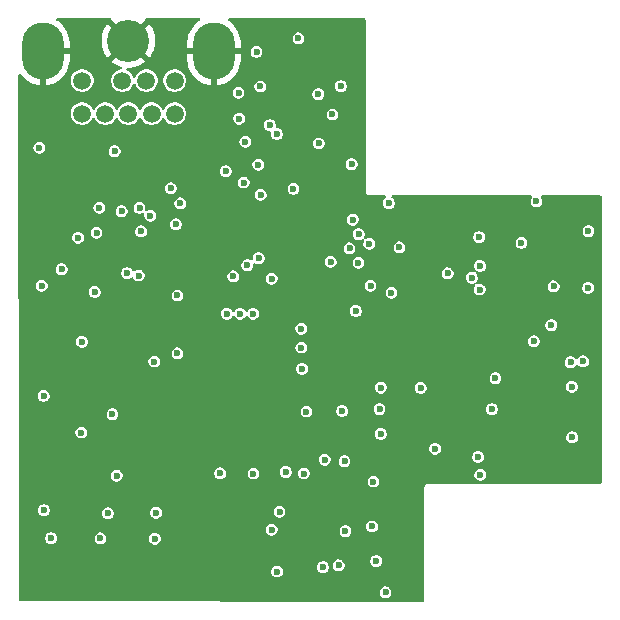
<source format=gbr>
%TF.GenerationSoftware,KiCad,Pcbnew,9.0.0*%
%TF.CreationDate,2025-11-15T13:33:38-08:00*%
%TF.ProjectId,MegaAV_VA1,4d656761-4156-45f5-9641-312e6b696361,rev?*%
%TF.SameCoordinates,Original*%
%TF.FileFunction,Copper,L5,Inr*%
%TF.FilePolarity,Positive*%
%FSLAX46Y46*%
G04 Gerber Fmt 4.6, Leading zero omitted, Abs format (unit mm)*
G04 Created by KiCad (PCBNEW 9.0.0) date 2025-11-15 13:33:38*
%MOMM*%
%LPD*%
G01*
G04 APERTURE LIST*
%TA.AperFunction,ComponentPad*%
%ADD10C,1.508000*%
%TD*%
%TA.AperFunction,ComponentPad*%
%ADD11O,3.556000X4.826000*%
%TD*%
%TA.AperFunction,ComponentPad*%
%ADD12C,3.556000*%
%TD*%
%TA.AperFunction,ViaPad*%
%ADD13C,0.600000*%
%TD*%
G04 APERTURE END LIST*
D10*
%TO.N,/B-OUT*%
%TO.C,CN1*%
X180453000Y-99929200D03*
%TO.N,+5V*%
X178421000Y-99929200D03*
%TO.N,/G-OUT*%
X182840600Y-99929200D03*
%TO.N,/CV-OUT*%
X180884800Y-102723200D03*
%TO.N,/CSync_OUT*%
X178929000Y-102723200D03*
%TO.N,/AUD-M*%
X175017400Y-99929200D03*
%TO.N,/R-OUT*%
X182840600Y-102723200D03*
%TO.N,/AUD-L*%
X176973200Y-102723200D03*
%TO.N,/AUD-R*%
X175017400Y-102723200D03*
D11*
%TO.N,GND*%
X171690000Y-97440000D03*
D12*
X178929000Y-96551000D03*
D11*
X186168000Y-97440000D03*
%TD*%
D13*
%TO.N,+5V*%
X191510000Y-141500000D03*
X213475000Y-110150000D03*
X195550000Y-132025000D03*
X197025000Y-127900000D03*
X176462500Y-110687500D03*
X188825000Y-105100000D03*
X197650000Y-114125000D03*
X199425000Y-117300000D03*
X176075000Y-117825000D03*
X174670000Y-113230000D03*
X177575000Y-128175000D03*
X180780000Y-111380000D03*
X171575000Y-117300000D03*
X172375000Y-138675000D03*
X183321860Y-110320355D03*
X177925000Y-133375000D03*
X171749000Y-126625000D03*
X183075000Y-123025000D03*
X171775000Y-136300000D03*
X183075000Y-118125000D03*
%TO.N,GND*%
X177820000Y-117880000D03*
X170800000Y-124575000D03*
X202300000Y-125125000D03*
X202425000Y-110850000D03*
X192525000Y-101200000D03*
X204800000Y-127900000D03*
X180550000Y-117900000D03*
X194275000Y-135800000D03*
X209825000Y-130475000D03*
X201275000Y-138650000D03*
X200075000Y-126700000D03*
X177280000Y-104000000D03*
X196900000Y-120500000D03*
X177400000Y-113150000D03*
X193025000Y-141100000D03*
X201750000Y-142825000D03*
X201250000Y-136625000D03*
X193250000Y-138050000D03*
X173500000Y-138525000D03*
X198670000Y-100800000D03*
X188637443Y-122436086D03*
X178600000Y-124600000D03*
X199700000Y-124325000D03*
X194550000Y-117675000D03*
X170340000Y-116120000D03*
X197400000Y-113150000D03*
X189975000Y-112875000D03*
X200050000Y-117975000D03*
X206000000Y-114100000D03*
X185325000Y-102425000D03*
X183282225Y-108718659D03*
X174700000Y-110840000D03*
X170940000Y-127850000D03*
X205725000Y-124900000D03*
X214600000Y-129800000D03*
X209775000Y-126525000D03*
X187150000Y-108590000D03*
X197000000Y-125250000D03*
X176125000Y-125275000D03*
X204675000Y-110575000D03*
X213250000Y-120950000D03*
X178850000Y-122700000D03*
X176980000Y-109920000D03*
X173450000Y-123375000D03*
X217250000Y-125125000D03*
X185250000Y-126420000D03*
X206075000Y-120975000D03*
X180950000Y-125125000D03*
X172160000Y-112090000D03*
X190550000Y-137200000D03*
X199925000Y-135800000D03*
X187425000Y-121575000D03*
X176050000Y-120800000D03*
X198650000Y-120900000D03*
X177600000Y-138900000D03*
X171525000Y-122725000D03*
X192825000Y-119800000D03*
X193075000Y-127550000D03*
X205975000Y-118125000D03*
X198700000Y-139375000D03*
X179290000Y-109310000D03*
X197800000Y-116100000D03*
X189100000Y-135875000D03*
X197325000Y-142900000D03*
X202875000Y-114025000D03*
X209900000Y-133225000D03*
X212260000Y-117025000D03*
X203125000Y-141075000D03*
X190200000Y-131950000D03*
X217575000Y-129875000D03*
X180049265Y-136049265D03*
X202525000Y-138700000D03*
X187350000Y-131925000D03*
X199525000Y-143025000D03*
%TO.N,/PSG*%
X177190000Y-136570000D03*
X209700000Y-127750000D03*
X199675000Y-133875000D03*
%TO.N,/32X_L*%
X208538235Y-131788235D03*
X195400000Y-141130000D03*
X181160000Y-138720000D03*
%TO.N,/32X_R*%
X196725000Y-140975000D03*
X191725000Y-136425000D03*
X193775000Y-133200000D03*
X210000000Y-125125000D03*
%TO.N,/FM_R*%
X199550000Y-137680000D03*
X197300000Y-138075000D03*
%TO.N,/FM_L*%
X191050000Y-137950000D03*
X181272150Y-136519321D03*
%TO.N,/R-OUT*%
X189490000Y-119670000D03*
%TO.N,/G-OUT*%
X188390000Y-119670000D03*
%TO.N,/B-OUT*%
X187270000Y-119680000D03*
%TO.N,/CD_R*%
X176560000Y-138690000D03*
X199900000Y-140610000D03*
X208675000Y-117625000D03*
%TO.N,/CD_L*%
X200700000Y-143250000D03*
X208700000Y-115625000D03*
%TO.N,/AUD-R*%
X191050000Y-116700000D03*
%TO.N,/AUD-L*%
X189925000Y-107050000D03*
%TO.N,/AUD-M*%
X192900000Y-109100000D03*
%TO.N,Net-(C3-Pad2)*%
X194000000Y-127950000D03*
X197225000Y-132150000D03*
%TO.N,Net-(D1-A)*%
X181120000Y-123720000D03*
X174990000Y-122040000D03*
%TO.N,Net-(C16-Pad1)*%
X193637500Y-124330000D03*
X192250000Y-133070000D03*
%TO.N,Net-(C17-Pad1)*%
X189510000Y-133200000D03*
X193567500Y-122530000D03*
%TO.N,Net-(C18-Pad1)*%
X193560000Y-120930000D03*
X186690000Y-133180000D03*
%TO.N,Net-(SR3-Pin_1)*%
X213250000Y-122000000D03*
X203675000Y-125950000D03*
X200300000Y-125925000D03*
X201200000Y-117900000D03*
%TO.N,Net-(SL3-Pin_1)*%
X200300000Y-129850000D03*
X214725000Y-120625000D03*
X205950000Y-116250000D03*
%TO.N,Net-(C32-Pad1)*%
X190125000Y-109600000D03*
X189955735Y-114954265D03*
%TO.N,Net-(C33-Pad1)*%
X187175000Y-107600000D03*
X188990000Y-115560000D03*
%TO.N,Net-(C34-Pad1)*%
X188690000Y-108560000D03*
X187805000Y-116505000D03*
%TO.N,/SR*%
X214925000Y-117350000D03*
X208010705Y-116626259D03*
X198193456Y-119433016D03*
%TO.N,/SL*%
X212200000Y-113675000D03*
X200981953Y-110299000D03*
X197925000Y-111700000D03*
%TO.N,/V_REF*%
X208625000Y-113175000D03*
X195050000Y-105250000D03*
X199325000Y-113750000D03*
X198400000Y-115350000D03*
X196050000Y-115275000D03*
X200188235Y-127738235D03*
%TO.N,/HP_R*%
X189775000Y-97500000D03*
X208724265Y-133299265D03*
%TO.N,Net-(HPR_SL2-Pin_1)*%
X216500000Y-130125000D03*
X201875000Y-114050000D03*
X188250000Y-100950000D03*
%TO.N,Net-(HPL_SL2-Pin_1)*%
X198425000Y-112925000D03*
X191500000Y-104450000D03*
X216475000Y-125850000D03*
%TO.N,/HP_L*%
X204900000Y-131100000D03*
X196200000Y-102800000D03*
%TO.N,Net-(U8-LUM_OUT)*%
X196920000Y-100390000D03*
X179870000Y-110710000D03*
X193325000Y-96350000D03*
X180000000Y-112690000D03*
%TO.N,Net-(U8-CHROM_OUT)*%
X190100000Y-100425000D03*
X178350000Y-110990000D03*
X179800000Y-116440000D03*
%TO.N,Net-(U8-CVBS_OUT)*%
X171380000Y-105620000D03*
X178820000Y-116230000D03*
%TO.N,/CSync_OUT*%
X173270000Y-115900000D03*
%TO.N,/STDSEL*%
X182520000Y-109050000D03*
X182950000Y-112100000D03*
X177770000Y-105910000D03*
%TO.N,/4xCLK*%
X174940000Y-129730000D03*
X176230000Y-112820000D03*
%TO.N,Net-(HPL_RES2-C)*%
X197825000Y-107000000D03*
X217875000Y-112675000D03*
X190900000Y-103700000D03*
X216375000Y-123775000D03*
%TO.N,Net-(HPR_RES2-C)*%
X188300000Y-103150000D03*
X217425000Y-123700000D03*
X217850000Y-117475000D03*
X195000000Y-101075000D03*
%TD*%
%TA.AperFunction,Conductor*%
%TO.N,GND*%
G36*
X177381026Y-94635886D02*
G01*
X177448050Y-94655615D01*
X177493770Y-94708450D01*
X177504676Y-94767994D01*
X177504360Y-94772806D01*
X178224556Y-95493002D01*
X178101651Y-95582298D01*
X177960298Y-95723651D01*
X177871002Y-95846556D01*
X177150807Y-95126361D01*
X177150806Y-95126361D01*
X177030851Y-95282690D01*
X176881541Y-95541301D01*
X176881534Y-95541315D01*
X176767267Y-95817182D01*
X176689976Y-96105634D01*
X176651001Y-96401681D01*
X176651000Y-96401698D01*
X176651000Y-96700301D01*
X176651001Y-96700318D01*
X176689976Y-96996365D01*
X176767267Y-97284817D01*
X176881534Y-97560684D01*
X176881541Y-97560698D01*
X177030844Y-97819298D01*
X177030849Y-97819305D01*
X177150807Y-97975637D01*
X177871001Y-97255443D01*
X177960298Y-97378349D01*
X178101651Y-97519702D01*
X178224555Y-97608997D01*
X177504361Y-98329191D01*
X177660694Y-98449150D01*
X177660701Y-98449155D01*
X177919301Y-98598458D01*
X177919315Y-98598465D01*
X178195182Y-98712732D01*
X178298778Y-98740491D01*
X178358438Y-98776856D01*
X178388967Y-98839703D01*
X178380672Y-98909079D01*
X178336187Y-98962957D01*
X178290875Y-98981883D01*
X178142590Y-99011379D01*
X178142578Y-99011382D01*
X177968881Y-99083329D01*
X177968868Y-99083336D01*
X177812542Y-99187791D01*
X177812538Y-99187794D01*
X177679594Y-99320738D01*
X177679591Y-99320742D01*
X177575136Y-99477068D01*
X177575129Y-99477081D01*
X177503182Y-99650778D01*
X177503179Y-99650790D01*
X177466500Y-99835185D01*
X177466500Y-100023214D01*
X177503179Y-100207609D01*
X177503182Y-100207621D01*
X177575129Y-100381318D01*
X177575136Y-100381331D01*
X177679591Y-100537657D01*
X177679594Y-100537661D01*
X177812538Y-100670605D01*
X177812542Y-100670608D01*
X177968868Y-100775063D01*
X177968881Y-100775070D01*
X178090631Y-100825500D01*
X178142583Y-100847019D01*
X178326985Y-100883699D01*
X178326988Y-100883700D01*
X178326990Y-100883700D01*
X178515012Y-100883700D01*
X178515013Y-100883699D01*
X178699417Y-100847019D01*
X178873125Y-100775067D01*
X179029458Y-100670608D01*
X179162408Y-100537658D01*
X179266867Y-100381325D01*
X179322439Y-100247162D01*
X179366280Y-100192758D01*
X179432574Y-100170693D01*
X179500273Y-100187972D01*
X179547884Y-100239109D01*
X179551561Y-100247162D01*
X179607129Y-100381318D01*
X179607136Y-100381331D01*
X179711591Y-100537657D01*
X179711594Y-100537661D01*
X179844538Y-100670605D01*
X179844542Y-100670608D01*
X180000868Y-100775063D01*
X180000881Y-100775070D01*
X180122631Y-100825500D01*
X180174583Y-100847019D01*
X180358985Y-100883699D01*
X180358988Y-100883700D01*
X180358990Y-100883700D01*
X180547012Y-100883700D01*
X180547013Y-100883699D01*
X180731417Y-100847019D01*
X180905125Y-100775067D01*
X181061458Y-100670608D01*
X181194408Y-100537658D01*
X181298867Y-100381325D01*
X181370819Y-100207617D01*
X181407500Y-100023210D01*
X181407500Y-99835190D01*
X181407500Y-99835187D01*
X181407499Y-99835185D01*
X181886100Y-99835185D01*
X181886100Y-100023214D01*
X181922779Y-100207609D01*
X181922782Y-100207621D01*
X181994729Y-100381318D01*
X181994736Y-100381331D01*
X182099191Y-100537657D01*
X182099194Y-100537661D01*
X182232138Y-100670605D01*
X182232142Y-100670608D01*
X182388468Y-100775063D01*
X182388481Y-100775070D01*
X182510231Y-100825500D01*
X182562183Y-100847019D01*
X182746585Y-100883699D01*
X182746588Y-100883700D01*
X182746590Y-100883700D01*
X182934612Y-100883700D01*
X182934613Y-100883699D01*
X183119017Y-100847019D01*
X183292725Y-100775067D01*
X183293548Y-100774516D01*
X183296004Y-100772877D01*
X183409091Y-100697313D01*
X183449058Y-100670608D01*
X183582008Y-100537658D01*
X183686467Y-100381325D01*
X183695670Y-100359108D01*
X189599500Y-100359108D01*
X189599500Y-100490891D01*
X189633608Y-100618187D01*
X189647751Y-100642683D01*
X189699500Y-100732314D01*
X189792686Y-100825500D01*
X189890221Y-100881812D01*
X189906810Y-100891390D01*
X189906814Y-100891392D01*
X190034108Y-100925500D01*
X190034110Y-100925500D01*
X190165890Y-100925500D01*
X190165892Y-100925500D01*
X190293186Y-100891392D01*
X190407314Y-100825500D01*
X190500500Y-100732314D01*
X190566392Y-100618186D01*
X190600500Y-100490892D01*
X190600500Y-100359108D01*
X190591122Y-100324108D01*
X196419500Y-100324108D01*
X196419500Y-100455892D01*
X196428878Y-100490890D01*
X196453608Y-100583187D01*
X196468285Y-100608608D01*
X196519500Y-100697314D01*
X196612686Y-100790500D01*
X196726814Y-100856392D01*
X196854108Y-100890500D01*
X196854110Y-100890500D01*
X196985890Y-100890500D01*
X196985892Y-100890500D01*
X197113186Y-100856392D01*
X197227314Y-100790500D01*
X197320500Y-100697314D01*
X197386392Y-100583186D01*
X197420500Y-100455892D01*
X197420500Y-100324108D01*
X197386392Y-100196814D01*
X197320500Y-100082686D01*
X197227314Y-99989500D01*
X197170250Y-99956554D01*
X197113187Y-99923608D01*
X197049539Y-99906554D01*
X196985892Y-99889500D01*
X196854108Y-99889500D01*
X196726812Y-99923608D01*
X196612686Y-99989500D01*
X196612683Y-99989502D01*
X196519502Y-100082683D01*
X196519500Y-100082686D01*
X196453608Y-100196812D01*
X196442912Y-100236732D01*
X196419500Y-100324108D01*
X190591122Y-100324108D01*
X190566392Y-100231814D01*
X190500500Y-100117686D01*
X190407314Y-100024500D01*
X190346692Y-99989500D01*
X190293187Y-99958608D01*
X190229539Y-99941554D01*
X190165892Y-99924500D01*
X190034108Y-99924500D01*
X189906812Y-99958608D01*
X189792686Y-100024500D01*
X189792683Y-100024502D01*
X189699502Y-100117683D01*
X189699500Y-100117686D01*
X189633608Y-100231812D01*
X189599500Y-100359108D01*
X183695670Y-100359108D01*
X183758419Y-100207617D01*
X183795100Y-100023210D01*
X183795100Y-99835190D01*
X183795100Y-99835187D01*
X183795099Y-99835185D01*
X183758420Y-99650790D01*
X183758419Y-99650783D01*
X183729187Y-99580211D01*
X183686470Y-99477081D01*
X183686463Y-99477068D01*
X183582008Y-99320742D01*
X183582005Y-99320738D01*
X183449061Y-99187794D01*
X183449057Y-99187791D01*
X183292731Y-99083336D01*
X183292718Y-99083329D01*
X183119021Y-99011382D01*
X183119009Y-99011379D01*
X182934613Y-98974700D01*
X182934610Y-98974700D01*
X182746590Y-98974700D01*
X182746587Y-98974700D01*
X182562190Y-99011379D01*
X182562178Y-99011382D01*
X182388481Y-99083329D01*
X182388468Y-99083336D01*
X182232142Y-99187791D01*
X182232138Y-99187794D01*
X182099194Y-99320738D01*
X182099191Y-99320742D01*
X181994736Y-99477068D01*
X181994729Y-99477081D01*
X181922782Y-99650778D01*
X181922779Y-99650790D01*
X181886100Y-99835185D01*
X181407499Y-99835185D01*
X181370820Y-99650790D01*
X181370819Y-99650783D01*
X181341587Y-99580211D01*
X181298870Y-99477081D01*
X181298863Y-99477068D01*
X181194408Y-99320742D01*
X181194405Y-99320738D01*
X181061461Y-99187794D01*
X181061457Y-99187791D01*
X180905131Y-99083336D01*
X180905118Y-99083329D01*
X180731421Y-99011382D01*
X180731409Y-99011379D01*
X180547013Y-98974700D01*
X180547010Y-98974700D01*
X180358990Y-98974700D01*
X180358987Y-98974700D01*
X180174590Y-99011379D01*
X180174578Y-99011382D01*
X180000881Y-99083329D01*
X180000868Y-99083336D01*
X179844542Y-99187791D01*
X179844538Y-99187794D01*
X179711594Y-99320738D01*
X179711591Y-99320742D01*
X179607136Y-99477068D01*
X179607131Y-99477077D01*
X179551561Y-99611238D01*
X179507720Y-99665641D01*
X179441426Y-99687706D01*
X179373727Y-99670427D01*
X179326116Y-99619290D01*
X179322439Y-99611238D01*
X179266868Y-99477077D01*
X179266863Y-99477068D01*
X179162408Y-99320742D01*
X179162405Y-99320738D01*
X179029461Y-99187794D01*
X179029457Y-99187791D01*
X178873131Y-99083336D01*
X178873118Y-99083329D01*
X178835049Y-99067561D01*
X178780645Y-99023720D01*
X178758580Y-98957426D01*
X178775859Y-98889727D01*
X178826996Y-98842116D01*
X178882501Y-98829000D01*
X179078301Y-98829000D01*
X179078318Y-98828998D01*
X179374365Y-98790023D01*
X179662817Y-98712732D01*
X179938684Y-98598465D01*
X179938698Y-98598458D01*
X180197298Y-98449155D01*
X180197315Y-98449144D01*
X180353637Y-98329192D01*
X180353637Y-98329190D01*
X179633443Y-97608997D01*
X179756349Y-97519702D01*
X179897702Y-97378349D01*
X179986997Y-97255444D01*
X180707190Y-97975637D01*
X180707192Y-97975637D01*
X180827144Y-97819315D01*
X180827155Y-97819298D01*
X180963656Y-97582872D01*
X181052272Y-97377668D01*
X181090733Y-97284814D01*
X181168023Y-96996365D01*
X181206998Y-96700318D01*
X181207000Y-96700301D01*
X181207000Y-96401698D01*
X181206998Y-96401681D01*
X181168023Y-96105634D01*
X181090732Y-95817182D01*
X180976465Y-95541315D01*
X180976458Y-95541301D01*
X180827155Y-95282701D01*
X180827150Y-95282694D01*
X180707191Y-95126361D01*
X179986997Y-95846555D01*
X179897702Y-95723651D01*
X179756349Y-95582298D01*
X179633443Y-95493002D01*
X180353638Y-94772807D01*
X180353458Y-94770061D01*
X180368715Y-94701877D01*
X180418413Y-94652767D01*
X180477271Y-94637950D01*
X184897646Y-94640897D01*
X184964670Y-94660626D01*
X185010390Y-94713461D01*
X185020287Y-94782626D01*
X184991220Y-94846162D01*
X184959561Y-94872284D01*
X184899702Y-94906843D01*
X184899686Y-94906854D01*
X184662788Y-95088632D01*
X184662781Y-95088638D01*
X184451638Y-95299781D01*
X184451632Y-95299788D01*
X184269854Y-95536686D01*
X184269844Y-95536701D01*
X184120541Y-95795301D01*
X184120534Y-95795315D01*
X184006267Y-96071182D01*
X183928976Y-96359634D01*
X183890001Y-96655681D01*
X183890000Y-96655698D01*
X183890000Y-97190000D01*
X184898000Y-97190000D01*
X184898000Y-97690000D01*
X183890000Y-97690000D01*
X183890000Y-98224301D01*
X183890001Y-98224318D01*
X183928976Y-98520365D01*
X184006267Y-98808817D01*
X184120534Y-99084684D01*
X184120541Y-99084698D01*
X184269844Y-99343298D01*
X184269854Y-99343313D01*
X184451632Y-99580211D01*
X184451638Y-99580218D01*
X184662781Y-99791361D01*
X184662788Y-99791367D01*
X184899686Y-99973145D01*
X184899701Y-99973155D01*
X185158301Y-100122458D01*
X185158315Y-100122465D01*
X185434182Y-100236732D01*
X185722634Y-100314023D01*
X185918000Y-100339742D01*
X185918000Y-99321234D01*
X186068049Y-99345000D01*
X186267951Y-99345000D01*
X186418000Y-99321234D01*
X186418000Y-100339741D01*
X186613365Y-100314023D01*
X186901817Y-100236732D01*
X187177684Y-100122465D01*
X187177698Y-100122458D01*
X187436298Y-99973155D01*
X187436313Y-99973145D01*
X187673211Y-99791367D01*
X187673218Y-99791361D01*
X187884361Y-99580218D01*
X187884367Y-99580211D01*
X188066145Y-99343313D01*
X188066155Y-99343298D01*
X188215458Y-99084698D01*
X188215465Y-99084684D01*
X188329732Y-98808817D01*
X188407023Y-98520365D01*
X188445998Y-98224318D01*
X188446000Y-98224301D01*
X188446000Y-97690000D01*
X187438000Y-97690000D01*
X187438000Y-97434108D01*
X189274500Y-97434108D01*
X189274500Y-97565891D01*
X189308608Y-97693187D01*
X189328682Y-97727955D01*
X189374500Y-97807314D01*
X189467686Y-97900500D01*
X189581814Y-97966392D01*
X189709108Y-98000500D01*
X189709110Y-98000500D01*
X189840890Y-98000500D01*
X189840892Y-98000500D01*
X189968186Y-97966392D01*
X190082314Y-97900500D01*
X190175500Y-97807314D01*
X190241392Y-97693186D01*
X190275500Y-97565892D01*
X190275500Y-97434108D01*
X190241392Y-97306814D01*
X190175500Y-97192686D01*
X190082314Y-97099500D01*
X190025250Y-97066554D01*
X189968187Y-97033608D01*
X189904539Y-97016554D01*
X189840892Y-96999500D01*
X189709108Y-96999500D01*
X189581812Y-97033608D01*
X189467686Y-97099500D01*
X189467683Y-97099502D01*
X189374502Y-97192683D01*
X189374500Y-97192686D01*
X189308608Y-97306812D01*
X189274500Y-97434108D01*
X187438000Y-97434108D01*
X187438000Y-97190000D01*
X188446000Y-97190000D01*
X188446000Y-96655698D01*
X188445998Y-96655681D01*
X188407023Y-96359634D01*
X188393208Y-96308075D01*
X188386786Y-96284108D01*
X192824500Y-96284108D01*
X192824500Y-96415891D01*
X192858608Y-96543187D01*
X192863119Y-96551000D01*
X192924500Y-96657314D01*
X193017686Y-96750500D01*
X193131814Y-96816392D01*
X193259108Y-96850500D01*
X193259110Y-96850500D01*
X193390890Y-96850500D01*
X193390892Y-96850500D01*
X193518186Y-96816392D01*
X193632314Y-96750500D01*
X193725500Y-96657314D01*
X193791392Y-96543186D01*
X193825500Y-96415892D01*
X193825500Y-96284108D01*
X193791392Y-96156814D01*
X193725500Y-96042686D01*
X193632314Y-95949500D01*
X193521247Y-95885375D01*
X193518187Y-95883608D01*
X193454539Y-95866554D01*
X193390892Y-95849500D01*
X193259108Y-95849500D01*
X193131812Y-95883608D01*
X193017686Y-95949500D01*
X193017683Y-95949502D01*
X192924502Y-96042683D01*
X192924500Y-96042686D01*
X192858608Y-96156812D01*
X192824500Y-96284108D01*
X188386786Y-96284108D01*
X188329732Y-96071182D01*
X188215465Y-95795315D01*
X188215458Y-95795301D01*
X188066155Y-95536701D01*
X188066145Y-95536686D01*
X187884367Y-95299788D01*
X187884361Y-95299781D01*
X187673218Y-95088638D01*
X187673211Y-95088632D01*
X187436313Y-94906854D01*
X187436298Y-94906844D01*
X187379376Y-94873980D01*
X187331160Y-94823413D01*
X187317937Y-94754806D01*
X187343905Y-94689941D01*
X187400820Y-94649413D01*
X187441455Y-94642593D01*
X198875866Y-94650216D01*
X198942891Y-94669945D01*
X198988611Y-94722780D01*
X198999782Y-94774133D01*
X199006438Y-104757313D01*
X199009500Y-109350759D01*
X199009500Y-109389562D01*
X199009525Y-109389658D01*
X199009526Y-109389762D01*
X199009582Y-109389974D01*
X199009583Y-109389977D01*
X199019849Y-109428188D01*
X199019871Y-109428269D01*
X199029979Y-109465989D01*
X199030029Y-109466076D01*
X199030056Y-109466175D01*
X199049782Y-109500289D01*
X199059079Y-109516392D01*
X199069540Y-109534511D01*
X199069552Y-109534526D01*
X199069557Y-109534533D01*
X199069647Y-109534650D01*
X199069661Y-109534668D01*
X199069663Y-109534671D01*
X199097656Y-109562627D01*
X199125489Y-109590460D01*
X199125492Y-109590462D01*
X199125554Y-109590509D01*
X199125641Y-109590575D01*
X199125649Y-109590583D01*
X199159662Y-109610189D01*
X199159722Y-109610252D01*
X199159734Y-109610231D01*
X199194011Y-109630021D01*
X199194014Y-109630022D01*
X199194193Y-109630095D01*
X199194198Y-109630098D01*
X199231850Y-109640160D01*
X199231919Y-109640202D01*
X199231925Y-109640181D01*
X199252563Y-109645710D01*
X199270438Y-109650500D01*
X199270444Y-109650500D01*
X199270634Y-109650525D01*
X199270638Y-109650526D01*
X199309429Y-109650500D01*
X199309455Y-109650500D01*
X200641413Y-109650500D01*
X200708452Y-109670185D01*
X200754207Y-109722989D01*
X200764151Y-109792147D01*
X200735126Y-109855703D01*
X200703415Y-109881886D01*
X200674639Y-109898500D01*
X200674636Y-109898502D01*
X200581455Y-109991683D01*
X200581453Y-109991686D01*
X200515561Y-110105812D01*
X200486066Y-110215891D01*
X200481453Y-110233108D01*
X200481453Y-110364892D01*
X200487175Y-110386246D01*
X200515561Y-110492187D01*
X200548507Y-110549250D01*
X200581453Y-110606314D01*
X200674639Y-110699500D01*
X200788767Y-110765392D01*
X200916061Y-110799500D01*
X200916063Y-110799500D01*
X201047843Y-110799500D01*
X201047845Y-110799500D01*
X201175139Y-110765392D01*
X201289267Y-110699500D01*
X201382453Y-110606314D01*
X201448345Y-110492186D01*
X201482453Y-110364892D01*
X201482453Y-110233108D01*
X201448345Y-110105814D01*
X201382453Y-109991686D01*
X201289267Y-109898500D01*
X201260491Y-109881886D01*
X201212277Y-109831319D01*
X201199055Y-109762712D01*
X201225023Y-109697848D01*
X201281937Y-109657320D01*
X201322493Y-109650500D01*
X209270438Y-109650500D01*
X212970685Y-109650500D01*
X213037724Y-109670185D01*
X213083479Y-109722989D01*
X213093423Y-109792147D01*
X213078072Y-109836501D01*
X213074502Y-109842683D01*
X213074500Y-109842686D01*
X213066985Y-109855703D01*
X213008608Y-109956812D01*
X212996902Y-110000500D01*
X212974500Y-110084108D01*
X212974500Y-110215892D01*
X212984835Y-110254463D01*
X213008608Y-110343187D01*
X213021140Y-110364892D01*
X213074500Y-110457314D01*
X213167686Y-110550500D01*
X213281814Y-110616392D01*
X213409108Y-110650500D01*
X213409110Y-110650500D01*
X213540890Y-110650500D01*
X213540892Y-110650500D01*
X213668186Y-110616392D01*
X213782314Y-110550500D01*
X213875500Y-110457314D01*
X213941392Y-110343186D01*
X213975500Y-110215892D01*
X213975500Y-110084108D01*
X213941392Y-109956814D01*
X213875500Y-109842686D01*
X213875497Y-109842683D01*
X213871928Y-109836501D01*
X213855455Y-109768601D01*
X213878307Y-109702574D01*
X213933228Y-109659383D01*
X213979315Y-109650500D01*
X214270438Y-109650500D01*
X218875839Y-109650500D01*
X218942878Y-109670185D01*
X218988633Y-109722989D01*
X218999839Y-109774401D01*
X219005056Y-116295734D01*
X219018966Y-133682316D01*
X219019161Y-133925401D01*
X218999530Y-133992456D01*
X218946763Y-134038253D01*
X218895161Y-134049500D01*
X214359562Y-134049500D01*
X204329562Y-134049500D01*
X204250438Y-134049500D01*
X204212224Y-134059739D01*
X204174009Y-134069979D01*
X204174004Y-134069982D01*
X204105495Y-134109535D01*
X204105487Y-134109541D01*
X204049541Y-134165487D01*
X204049535Y-134165495D01*
X204009982Y-134234004D01*
X204009979Y-134234009D01*
X203998863Y-134275497D01*
X203989532Y-134310321D01*
X203989500Y-134310439D01*
X203989500Y-143925256D01*
X203969815Y-143992295D01*
X203917011Y-144038050D01*
X203865429Y-144049256D01*
X169764089Y-144029741D01*
X169697061Y-144010018D01*
X169651336Y-143957188D01*
X169640160Y-143905844D01*
X169639583Y-143184108D01*
X200199500Y-143184108D01*
X200199500Y-143315891D01*
X200233608Y-143443187D01*
X200266554Y-143500250D01*
X200299500Y-143557314D01*
X200392686Y-143650500D01*
X200506814Y-143716392D01*
X200634108Y-143750500D01*
X200634110Y-143750500D01*
X200765890Y-143750500D01*
X200765892Y-143750500D01*
X200893186Y-143716392D01*
X201007314Y-143650500D01*
X201100500Y-143557314D01*
X201166392Y-143443186D01*
X201200500Y-143315892D01*
X201200500Y-143184108D01*
X201166392Y-143056814D01*
X201100500Y-142942686D01*
X201007314Y-142849500D01*
X200950250Y-142816554D01*
X200893187Y-142783608D01*
X200829539Y-142766554D01*
X200765892Y-142749500D01*
X200634108Y-142749500D01*
X200506812Y-142783608D01*
X200392686Y-142849500D01*
X200392683Y-142849502D01*
X200299502Y-142942683D01*
X200299500Y-142942686D01*
X200233608Y-143056812D01*
X200199500Y-143184108D01*
X169639583Y-143184108D01*
X169638183Y-141434108D01*
X191009500Y-141434108D01*
X191009500Y-141565892D01*
X191026554Y-141629539D01*
X191043608Y-141693187D01*
X191076554Y-141750250D01*
X191109500Y-141807314D01*
X191202686Y-141900500D01*
X191316814Y-141966392D01*
X191444108Y-142000500D01*
X191444110Y-142000500D01*
X191575890Y-142000500D01*
X191575892Y-142000500D01*
X191703186Y-141966392D01*
X191817314Y-141900500D01*
X191910500Y-141807314D01*
X191976392Y-141693186D01*
X192010500Y-141565892D01*
X192010500Y-141434108D01*
X191976392Y-141306814D01*
X191910500Y-141192686D01*
X191817314Y-141099500D01*
X191756013Y-141064108D01*
X194899500Y-141064108D01*
X194899500Y-141195891D01*
X194933608Y-141323187D01*
X194963810Y-141375497D01*
X194999500Y-141437314D01*
X195092686Y-141530500D01*
X195206814Y-141596392D01*
X195334108Y-141630500D01*
X195334110Y-141630500D01*
X195465890Y-141630500D01*
X195465892Y-141630500D01*
X195593186Y-141596392D01*
X195707314Y-141530500D01*
X195800500Y-141437314D01*
X195866392Y-141323186D01*
X195900500Y-141195892D01*
X195900500Y-141064108D01*
X195866392Y-140936814D01*
X195850396Y-140909108D01*
X196224500Y-140909108D01*
X196224500Y-141040891D01*
X196258608Y-141168187D01*
X196274604Y-141195892D01*
X196324500Y-141282314D01*
X196417686Y-141375500D01*
X196531814Y-141441392D01*
X196659108Y-141475500D01*
X196659110Y-141475500D01*
X196790890Y-141475500D01*
X196790892Y-141475500D01*
X196918186Y-141441392D01*
X197032314Y-141375500D01*
X197125500Y-141282314D01*
X197191392Y-141168186D01*
X197225500Y-141040892D01*
X197225500Y-140909108D01*
X197191392Y-140781814D01*
X197125500Y-140667686D01*
X197032314Y-140574500D01*
X196979674Y-140544108D01*
X199399500Y-140544108D01*
X199399500Y-140675891D01*
X199433608Y-140803187D01*
X199444866Y-140822686D01*
X199499500Y-140917314D01*
X199592686Y-141010500D01*
X199706814Y-141076392D01*
X199834108Y-141110500D01*
X199834110Y-141110500D01*
X199965890Y-141110500D01*
X199965892Y-141110500D01*
X200093186Y-141076392D01*
X200207314Y-141010500D01*
X200300500Y-140917314D01*
X200366392Y-140803186D01*
X200400500Y-140675892D01*
X200400500Y-140544108D01*
X200366392Y-140416814D01*
X200300500Y-140302686D01*
X200207314Y-140209500D01*
X200150250Y-140176554D01*
X200093187Y-140143608D01*
X200029539Y-140126554D01*
X199965892Y-140109500D01*
X199834108Y-140109500D01*
X199706812Y-140143608D01*
X199592686Y-140209500D01*
X199592683Y-140209502D01*
X199499502Y-140302683D01*
X199499500Y-140302686D01*
X199433608Y-140416812D01*
X199399500Y-140544108D01*
X196979674Y-140544108D01*
X196975250Y-140541554D01*
X196918187Y-140508608D01*
X196854539Y-140491554D01*
X196790892Y-140474500D01*
X196659108Y-140474500D01*
X196531812Y-140508608D01*
X196417686Y-140574500D01*
X196417683Y-140574502D01*
X196324502Y-140667683D01*
X196324500Y-140667686D01*
X196258608Y-140781812D01*
X196224500Y-140909108D01*
X195850396Y-140909108D01*
X195800500Y-140822686D01*
X195707314Y-140729500D01*
X195650250Y-140696554D01*
X195593187Y-140663608D01*
X195529539Y-140646554D01*
X195465892Y-140629500D01*
X195334108Y-140629500D01*
X195206812Y-140663608D01*
X195092686Y-140729500D01*
X195092683Y-140729502D01*
X194999502Y-140822683D01*
X194999500Y-140822686D01*
X194933608Y-140936812D01*
X194899500Y-141064108D01*
X191756013Y-141064108D01*
X191703187Y-141033608D01*
X191616941Y-141010499D01*
X191575892Y-140999500D01*
X191444108Y-140999500D01*
X191316812Y-141033608D01*
X191202686Y-141099500D01*
X191202683Y-141099502D01*
X191109502Y-141192683D01*
X191109500Y-141192686D01*
X191043608Y-141306812D01*
X191025204Y-141375499D01*
X191009500Y-141434108D01*
X169638183Y-141434108D01*
X169635923Y-138609108D01*
X171874500Y-138609108D01*
X171874500Y-138740891D01*
X171908608Y-138868187D01*
X171934589Y-138913186D01*
X171974500Y-138982314D01*
X172067686Y-139075500D01*
X172181814Y-139141392D01*
X172309108Y-139175500D01*
X172309110Y-139175500D01*
X172440890Y-139175500D01*
X172440892Y-139175500D01*
X172568186Y-139141392D01*
X172682314Y-139075500D01*
X172775500Y-138982314D01*
X172841392Y-138868186D01*
X172875500Y-138740892D01*
X172875500Y-138624108D01*
X176059500Y-138624108D01*
X176059500Y-138755892D01*
X176076554Y-138819539D01*
X176093608Y-138883187D01*
X176110929Y-138913187D01*
X176159500Y-138997314D01*
X176252686Y-139090500D01*
X176366814Y-139156392D01*
X176494108Y-139190500D01*
X176494110Y-139190500D01*
X176625890Y-139190500D01*
X176625892Y-139190500D01*
X176753186Y-139156392D01*
X176867314Y-139090500D01*
X176960500Y-138997314D01*
X177026392Y-138883186D01*
X177060500Y-138755892D01*
X177060500Y-138654108D01*
X180659500Y-138654108D01*
X180659500Y-138785891D01*
X180693608Y-138913187D01*
X180726554Y-138970250D01*
X180759500Y-139027314D01*
X180852686Y-139120500D01*
X180966814Y-139186392D01*
X181094108Y-139220500D01*
X181094110Y-139220500D01*
X181225890Y-139220500D01*
X181225892Y-139220500D01*
X181353186Y-139186392D01*
X181467314Y-139120500D01*
X181560500Y-139027314D01*
X181626392Y-138913186D01*
X181660500Y-138785892D01*
X181660500Y-138654108D01*
X181626392Y-138526814D01*
X181560500Y-138412686D01*
X181467314Y-138319500D01*
X181410250Y-138286554D01*
X181353187Y-138253608D01*
X181241223Y-138223608D01*
X181225892Y-138219500D01*
X181094108Y-138219500D01*
X180966812Y-138253608D01*
X180852686Y-138319500D01*
X180852683Y-138319502D01*
X180759502Y-138412683D01*
X180759500Y-138412686D01*
X180693608Y-138526812D01*
X180659500Y-138654108D01*
X177060500Y-138654108D01*
X177060500Y-138624108D01*
X177026392Y-138496814D01*
X176960500Y-138382686D01*
X176867314Y-138289500D01*
X176805147Y-138253608D01*
X176753187Y-138223608D01*
X176689539Y-138206554D01*
X176625892Y-138189500D01*
X176494108Y-138189500D01*
X176366812Y-138223608D01*
X176252686Y-138289500D01*
X176252683Y-138289502D01*
X176159502Y-138382683D01*
X176159500Y-138382686D01*
X176093608Y-138496812D01*
X176072524Y-138575500D01*
X176059500Y-138624108D01*
X172875500Y-138624108D01*
X172875500Y-138609108D01*
X172841392Y-138481814D01*
X172775500Y-138367686D01*
X172682314Y-138274500D01*
X172594167Y-138223608D01*
X172568187Y-138208608D01*
X172496873Y-138189500D01*
X172440892Y-138174500D01*
X172309108Y-138174500D01*
X172181812Y-138208608D01*
X172067686Y-138274500D01*
X172067683Y-138274502D01*
X171974502Y-138367683D01*
X171974500Y-138367686D01*
X171908608Y-138481812D01*
X171874500Y-138609108D01*
X169635923Y-138609108D01*
X169635343Y-137884108D01*
X190549500Y-137884108D01*
X190549500Y-138015891D01*
X190583608Y-138143187D01*
X190601687Y-138174500D01*
X190649500Y-138257314D01*
X190742686Y-138350500D01*
X190856814Y-138416392D01*
X190984108Y-138450500D01*
X190984110Y-138450500D01*
X191115890Y-138450500D01*
X191115892Y-138450500D01*
X191243186Y-138416392D01*
X191357314Y-138350500D01*
X191450500Y-138257314D01*
X191516392Y-138143186D01*
X191550500Y-138015892D01*
X191550500Y-138009108D01*
X196799500Y-138009108D01*
X196799500Y-138140892D01*
X196800974Y-138146392D01*
X196833608Y-138268187D01*
X196863234Y-138319500D01*
X196899500Y-138382314D01*
X196992686Y-138475500D01*
X197106814Y-138541392D01*
X197234108Y-138575500D01*
X197234110Y-138575500D01*
X197365890Y-138575500D01*
X197365892Y-138575500D01*
X197493186Y-138541392D01*
X197607314Y-138475500D01*
X197700500Y-138382314D01*
X197766392Y-138268186D01*
X197800500Y-138140892D01*
X197800500Y-138009108D01*
X197766392Y-137881814D01*
X197700500Y-137767686D01*
X197607314Y-137674500D01*
X197550250Y-137641554D01*
X197502713Y-137614108D01*
X199049500Y-137614108D01*
X199049500Y-137745891D01*
X199083608Y-137873187D01*
X199089915Y-137884110D01*
X199149500Y-137987314D01*
X199242686Y-138080500D01*
X199356814Y-138146392D01*
X199484108Y-138180500D01*
X199484110Y-138180500D01*
X199615890Y-138180500D01*
X199615892Y-138180500D01*
X199743186Y-138146392D01*
X199857314Y-138080500D01*
X199950500Y-137987314D01*
X200016392Y-137873186D01*
X200050500Y-137745892D01*
X200050500Y-137614108D01*
X200016392Y-137486814D01*
X199950500Y-137372686D01*
X199857314Y-137279500D01*
X199800250Y-137246554D01*
X199743187Y-137213608D01*
X199679539Y-137196554D01*
X199615892Y-137179500D01*
X199484108Y-137179500D01*
X199356812Y-137213608D01*
X199242686Y-137279500D01*
X199242683Y-137279502D01*
X199149502Y-137372683D01*
X199149500Y-137372686D01*
X199083608Y-137486812D01*
X199049500Y-137614108D01*
X197502713Y-137614108D01*
X197493187Y-137608608D01*
X197429539Y-137591554D01*
X197365892Y-137574500D01*
X197234108Y-137574500D01*
X197106812Y-137608608D01*
X196992686Y-137674500D01*
X196992683Y-137674502D01*
X196899502Y-137767683D01*
X196899500Y-137767686D01*
X196833608Y-137881812D01*
X196805340Y-137987313D01*
X196799500Y-138009108D01*
X191550500Y-138009108D01*
X191550500Y-137884108D01*
X191516392Y-137756814D01*
X191450500Y-137642686D01*
X191357314Y-137549500D01*
X191300250Y-137516554D01*
X191243187Y-137483608D01*
X191179539Y-137466554D01*
X191115892Y-137449500D01*
X190984108Y-137449500D01*
X190856812Y-137483608D01*
X190742686Y-137549500D01*
X190742683Y-137549502D01*
X190649502Y-137642683D01*
X190649500Y-137642686D01*
X190583608Y-137756812D01*
X190549500Y-137884108D01*
X169635343Y-137884108D01*
X169634023Y-136234108D01*
X171274500Y-136234108D01*
X171274500Y-136365891D01*
X171308608Y-136493187D01*
X171314915Y-136504110D01*
X171374500Y-136607314D01*
X171467686Y-136700500D01*
X171581814Y-136766392D01*
X171709108Y-136800500D01*
X171709110Y-136800500D01*
X171840890Y-136800500D01*
X171840892Y-136800500D01*
X171968186Y-136766392D01*
X172082314Y-136700500D01*
X172175500Y-136607314D01*
X172235086Y-136504108D01*
X176689500Y-136504108D01*
X176689500Y-136635891D01*
X176723608Y-136763187D01*
X176745151Y-136800499D01*
X176789500Y-136877314D01*
X176882686Y-136970500D01*
X176996814Y-137036392D01*
X177124108Y-137070500D01*
X177124110Y-137070500D01*
X177255890Y-137070500D01*
X177255892Y-137070500D01*
X177383186Y-137036392D01*
X177497314Y-136970500D01*
X177590500Y-136877314D01*
X177656392Y-136763186D01*
X177690500Y-136635892D01*
X177690500Y-136504108D01*
X177676921Y-136453429D01*
X180771650Y-136453429D01*
X180771650Y-136585213D01*
X180780485Y-136618186D01*
X180805758Y-136712508D01*
X180835018Y-136763186D01*
X180871650Y-136826635D01*
X180964836Y-136919821D01*
X181078964Y-136985713D01*
X181206258Y-137019821D01*
X181206260Y-137019821D01*
X181338040Y-137019821D01*
X181338042Y-137019821D01*
X181465336Y-136985713D01*
X181579464Y-136919821D01*
X181672650Y-136826635D01*
X181738542Y-136712507D01*
X181772650Y-136585213D01*
X181772650Y-136453429D01*
X181747377Y-136359108D01*
X191224500Y-136359108D01*
X191224500Y-136490891D01*
X191258608Y-136618187D01*
X191291554Y-136675250D01*
X191324500Y-136732314D01*
X191417686Y-136825500D01*
X191531814Y-136891392D01*
X191659108Y-136925500D01*
X191659110Y-136925500D01*
X191790890Y-136925500D01*
X191790892Y-136925500D01*
X191918186Y-136891392D01*
X192032314Y-136825500D01*
X192125500Y-136732314D01*
X192191392Y-136618186D01*
X192225500Y-136490892D01*
X192225500Y-136359108D01*
X192191392Y-136231814D01*
X192125500Y-136117686D01*
X192032314Y-136024500D01*
X191975250Y-135991554D01*
X191918187Y-135958608D01*
X191854539Y-135941554D01*
X191790892Y-135924500D01*
X191659108Y-135924500D01*
X191531812Y-135958608D01*
X191417686Y-136024500D01*
X191417683Y-136024502D01*
X191324502Y-136117683D01*
X191324500Y-136117686D01*
X191258608Y-136231812D01*
X191224500Y-136359108D01*
X181747377Y-136359108D01*
X181738542Y-136326135D01*
X181672650Y-136212007D01*
X181579464Y-136118821D01*
X181494038Y-136069500D01*
X181465337Y-136052929D01*
X181401689Y-136035875D01*
X181338042Y-136018821D01*
X181206258Y-136018821D01*
X181078962Y-136052929D01*
X180964836Y-136118821D01*
X180964833Y-136118823D01*
X180871652Y-136212004D01*
X180871650Y-136212007D01*
X180805758Y-136326133D01*
X180790501Y-136383074D01*
X180771650Y-136453429D01*
X177676921Y-136453429D01*
X177656392Y-136376814D01*
X177590500Y-136262686D01*
X177497314Y-136169500D01*
X177440250Y-136136554D01*
X177383187Y-136103608D01*
X177319539Y-136086554D01*
X177255892Y-136069500D01*
X177124108Y-136069500D01*
X176996812Y-136103608D01*
X176882686Y-136169500D01*
X176882683Y-136169502D01*
X176789502Y-136262683D01*
X176789500Y-136262686D01*
X176723608Y-136376812D01*
X176689500Y-136504108D01*
X172235086Y-136504108D01*
X172241392Y-136493186D01*
X172275500Y-136365892D01*
X172275500Y-136234108D01*
X172241392Y-136106814D01*
X172175500Y-135992686D01*
X172082314Y-135899500D01*
X172025250Y-135866554D01*
X171968187Y-135833608D01*
X171904539Y-135816554D01*
X171840892Y-135799500D01*
X171709108Y-135799500D01*
X171581812Y-135833608D01*
X171467686Y-135899500D01*
X171467683Y-135899502D01*
X171374502Y-135992683D01*
X171374500Y-135992686D01*
X171308608Y-136106812D01*
X171274500Y-136234108D01*
X169634023Y-136234108D01*
X169631683Y-133309108D01*
X177424500Y-133309108D01*
X177424500Y-133440892D01*
X177433505Y-133474500D01*
X177458608Y-133568187D01*
X177480774Y-133606579D01*
X177524500Y-133682314D01*
X177617686Y-133775500D01*
X177731814Y-133841392D01*
X177859108Y-133875500D01*
X177859110Y-133875500D01*
X177990890Y-133875500D01*
X177990892Y-133875500D01*
X178118186Y-133841392D01*
X178174103Y-133809108D01*
X199174500Y-133809108D01*
X199174500Y-133940891D01*
X199208608Y-134068187D01*
X199232481Y-134109535D01*
X199274500Y-134182314D01*
X199367686Y-134275500D01*
X199481814Y-134341392D01*
X199609108Y-134375500D01*
X199609110Y-134375500D01*
X199740890Y-134375500D01*
X199740892Y-134375500D01*
X199868186Y-134341392D01*
X199982314Y-134275500D01*
X200075500Y-134182314D01*
X200141392Y-134068186D01*
X200175500Y-133940892D01*
X200175500Y-133809108D01*
X200141392Y-133681814D01*
X200140633Y-133680500D01*
X200120940Y-133646391D01*
X200075500Y-133567686D01*
X199982314Y-133474500D01*
X199924100Y-133440890D01*
X199868187Y-133408608D01*
X199804539Y-133391554D01*
X199740892Y-133374500D01*
X199609108Y-133374500D01*
X199481812Y-133408608D01*
X199367686Y-133474500D01*
X199367683Y-133474502D01*
X199274502Y-133567683D01*
X199274500Y-133567686D01*
X199208608Y-133681812D01*
X199174500Y-133809108D01*
X178174103Y-133809108D01*
X178232314Y-133775500D01*
X178325500Y-133682314D01*
X178391392Y-133568186D01*
X178425500Y-133440892D01*
X178425500Y-133309108D01*
X178391392Y-133181814D01*
X178352302Y-133114108D01*
X186189500Y-133114108D01*
X186189500Y-133245892D01*
X186194859Y-133265891D01*
X186223608Y-133373187D01*
X186244059Y-133408608D01*
X186289500Y-133487314D01*
X186382686Y-133580500D01*
X186496814Y-133646392D01*
X186624108Y-133680500D01*
X186624110Y-133680500D01*
X186755890Y-133680500D01*
X186755892Y-133680500D01*
X186883186Y-133646392D01*
X186997314Y-133580500D01*
X187090500Y-133487314D01*
X187156392Y-133373186D01*
X187190500Y-133245892D01*
X187190500Y-133134108D01*
X189009500Y-133134108D01*
X189009500Y-133265891D01*
X189043608Y-133393187D01*
X189071151Y-133440892D01*
X189109500Y-133507314D01*
X189202686Y-133600500D01*
X189316814Y-133666392D01*
X189444108Y-133700500D01*
X189444110Y-133700500D01*
X189575890Y-133700500D01*
X189575892Y-133700500D01*
X189703186Y-133666392D01*
X189817314Y-133600500D01*
X189910500Y-133507314D01*
X189976392Y-133393186D01*
X190010500Y-133265892D01*
X190010500Y-133134108D01*
X189976392Y-133006814D01*
X189974830Y-133004108D01*
X191749500Y-133004108D01*
X191749500Y-133135892D01*
X191758099Y-133167983D01*
X191783608Y-133263187D01*
X191785170Y-133265892D01*
X191849500Y-133377314D01*
X191942686Y-133470500D01*
X192056814Y-133536392D01*
X192184108Y-133570500D01*
X192184110Y-133570500D01*
X192315890Y-133570500D01*
X192315892Y-133570500D01*
X192443186Y-133536392D01*
X192557314Y-133470500D01*
X192650500Y-133377314D01*
X192716392Y-133263186D01*
X192750500Y-133135892D01*
X192750500Y-133134108D01*
X193274500Y-133134108D01*
X193274500Y-133265891D01*
X193308608Y-133393187D01*
X193336151Y-133440892D01*
X193374500Y-133507314D01*
X193467686Y-133600500D01*
X193581814Y-133666392D01*
X193709108Y-133700500D01*
X193709110Y-133700500D01*
X193840890Y-133700500D01*
X193840892Y-133700500D01*
X193968186Y-133666392D01*
X194082314Y-133600500D01*
X194175500Y-133507314D01*
X194241392Y-133393186D01*
X194275500Y-133265892D01*
X194275500Y-133233373D01*
X208223765Y-133233373D01*
X208223765Y-133365157D01*
X208227023Y-133377316D01*
X208257873Y-133492452D01*
X208266454Y-133507314D01*
X208323765Y-133606579D01*
X208416951Y-133699765D01*
X208531079Y-133765657D01*
X208658373Y-133799765D01*
X208658375Y-133799765D01*
X208790155Y-133799765D01*
X208790157Y-133799765D01*
X208917451Y-133765657D01*
X209031579Y-133699765D01*
X209124765Y-133606579D01*
X209190657Y-133492451D01*
X209224765Y-133365157D01*
X209224765Y-133233373D01*
X209190657Y-133106079D01*
X209124765Y-132991951D01*
X209031579Y-132898765D01*
X208974515Y-132865819D01*
X208917452Y-132832873D01*
X208853804Y-132815819D01*
X208790157Y-132798765D01*
X208658373Y-132798765D01*
X208531077Y-132832873D01*
X208416951Y-132898765D01*
X208416948Y-132898767D01*
X208323767Y-132991948D01*
X208323765Y-132991951D01*
X208257873Y-133106077D01*
X208237580Y-133181814D01*
X208223765Y-133233373D01*
X194275500Y-133233373D01*
X194275500Y-133134108D01*
X194241392Y-133006814D01*
X194175500Y-132892686D01*
X194082314Y-132799500D01*
X194025250Y-132766554D01*
X193968187Y-132733608D01*
X193893544Y-132713608D01*
X193840892Y-132699500D01*
X193709108Y-132699500D01*
X193581812Y-132733608D01*
X193467686Y-132799500D01*
X193467683Y-132799502D01*
X193374502Y-132892683D01*
X193374500Y-132892686D01*
X193308608Y-133006812D01*
X193274500Y-133134108D01*
X192750500Y-133134108D01*
X192750500Y-133004108D01*
X192716392Y-132876814D01*
X192650500Y-132762686D01*
X192557314Y-132669500D01*
X192500250Y-132636554D01*
X192443187Y-132603608D01*
X192379539Y-132586554D01*
X192315892Y-132569500D01*
X192184108Y-132569500D01*
X192056812Y-132603608D01*
X191942686Y-132669500D01*
X191942683Y-132669502D01*
X191849502Y-132762683D01*
X191849500Y-132762686D01*
X191783608Y-132876812D01*
X191775089Y-132908608D01*
X191749500Y-133004108D01*
X189974830Y-133004108D01*
X189910500Y-132892686D01*
X189817314Y-132799500D01*
X189760250Y-132766554D01*
X189703187Y-132733608D01*
X189628544Y-132713608D01*
X189575892Y-132699500D01*
X189444108Y-132699500D01*
X189316812Y-132733608D01*
X189202686Y-132799500D01*
X189202683Y-132799502D01*
X189109502Y-132892683D01*
X189109500Y-132892686D01*
X189043608Y-133006812D01*
X189009500Y-133134108D01*
X187190500Y-133134108D01*
X187190500Y-133114108D01*
X187156392Y-132986814D01*
X187149282Y-132974500D01*
X187147563Y-132971521D01*
X187090500Y-132872686D01*
X186997314Y-132779500D01*
X186917827Y-132733608D01*
X186883187Y-132713608D01*
X186819539Y-132696554D01*
X186755892Y-132679500D01*
X186624108Y-132679500D01*
X186496812Y-132713608D01*
X186382686Y-132779500D01*
X186382683Y-132779502D01*
X186289502Y-132872683D01*
X186289500Y-132872686D01*
X186223608Y-132986812D01*
X186191652Y-133106077D01*
X186189500Y-133114108D01*
X178352302Y-133114108D01*
X178325500Y-133067686D01*
X178232314Y-132974500D01*
X178175250Y-132941554D01*
X178118187Y-132908608D01*
X178054539Y-132891554D01*
X177990892Y-132874500D01*
X177859108Y-132874500D01*
X177731812Y-132908608D01*
X177617686Y-132974500D01*
X177617683Y-132974502D01*
X177524502Y-133067683D01*
X177524500Y-133067686D01*
X177458608Y-133181812D01*
X177424500Y-133309108D01*
X169631683Y-133309108D01*
X169630603Y-131959108D01*
X195049500Y-131959108D01*
X195049500Y-132090892D01*
X195066554Y-132154539D01*
X195083608Y-132218187D01*
X195104647Y-132254627D01*
X195149500Y-132332314D01*
X195242686Y-132425500D01*
X195356814Y-132491392D01*
X195484108Y-132525500D01*
X195484110Y-132525500D01*
X195615890Y-132525500D01*
X195615892Y-132525500D01*
X195743186Y-132491392D01*
X195857314Y-132425500D01*
X195950500Y-132332314D01*
X196016392Y-132218186D01*
X196050500Y-132090892D01*
X196050500Y-132084108D01*
X196724500Y-132084108D01*
X196724500Y-132215891D01*
X196758608Y-132343187D01*
X196791554Y-132400250D01*
X196824500Y-132457314D01*
X196917686Y-132550500D01*
X197031814Y-132616392D01*
X197159108Y-132650500D01*
X197159110Y-132650500D01*
X197290890Y-132650500D01*
X197290892Y-132650500D01*
X197418186Y-132616392D01*
X197532314Y-132550500D01*
X197625500Y-132457314D01*
X197691392Y-132343186D01*
X197725500Y-132215892D01*
X197725500Y-132084108D01*
X197691392Y-131956814D01*
X197625500Y-131842686D01*
X197532314Y-131749500D01*
X197485277Y-131722343D01*
X208037735Y-131722343D01*
X208037735Y-131854126D01*
X208071843Y-131981422D01*
X208104789Y-132038485D01*
X208137735Y-132095549D01*
X208230921Y-132188735D01*
X208345049Y-132254627D01*
X208472343Y-132288735D01*
X208472345Y-132288735D01*
X208604125Y-132288735D01*
X208604127Y-132288735D01*
X208731421Y-132254627D01*
X208845549Y-132188735D01*
X208938735Y-132095549D01*
X209004627Y-131981421D01*
X209038735Y-131854127D01*
X209038735Y-131722343D01*
X209004627Y-131595049D01*
X209004275Y-131594440D01*
X208963895Y-131524500D01*
X208938735Y-131480921D01*
X208845549Y-131387735D01*
X208788485Y-131354789D01*
X208731422Y-131321843D01*
X208624474Y-131293187D01*
X208604127Y-131287735D01*
X208472343Y-131287735D01*
X208345047Y-131321843D01*
X208230921Y-131387735D01*
X208230918Y-131387737D01*
X208137737Y-131480918D01*
X208137735Y-131480921D01*
X208071843Y-131595047D01*
X208037735Y-131722343D01*
X197485277Y-131722343D01*
X197475250Y-131716554D01*
X197418187Y-131683608D01*
X197354539Y-131666554D01*
X197290892Y-131649500D01*
X197159108Y-131649500D01*
X197031812Y-131683608D01*
X196917686Y-131749500D01*
X196917683Y-131749502D01*
X196824502Y-131842683D01*
X196824500Y-131842686D01*
X196758608Y-131956812D01*
X196724500Y-132084108D01*
X196050500Y-132084108D01*
X196050500Y-131959108D01*
X196016392Y-131831814D01*
X195950500Y-131717686D01*
X195857314Y-131624500D01*
X195800250Y-131591554D01*
X195743187Y-131558608D01*
X195679539Y-131541554D01*
X195615892Y-131524500D01*
X195484108Y-131524500D01*
X195356812Y-131558608D01*
X195242686Y-131624500D01*
X195242683Y-131624502D01*
X195149502Y-131717683D01*
X195149500Y-131717686D01*
X195083608Y-131831812D01*
X195077629Y-131854127D01*
X195049500Y-131959108D01*
X169630603Y-131959108D01*
X169629863Y-131034108D01*
X204399500Y-131034108D01*
X204399500Y-131165891D01*
X204433608Y-131293187D01*
X204450153Y-131321843D01*
X204499500Y-131407314D01*
X204592686Y-131500500D01*
X204706814Y-131566392D01*
X204834108Y-131600500D01*
X204834110Y-131600500D01*
X204965889Y-131600500D01*
X204965892Y-131600500D01*
X205093186Y-131566392D01*
X205207314Y-131500500D01*
X205300500Y-131407314D01*
X205366392Y-131293186D01*
X205400500Y-131165892D01*
X205400500Y-131034108D01*
X205366392Y-130906814D01*
X205300500Y-130792686D01*
X205207314Y-130699500D01*
X205150250Y-130666554D01*
X205093187Y-130633608D01*
X205029539Y-130616554D01*
X204965892Y-130599500D01*
X204834108Y-130599500D01*
X204706812Y-130633608D01*
X204592686Y-130699500D01*
X204592683Y-130699502D01*
X204499502Y-130792683D01*
X204499500Y-130792686D01*
X204433608Y-130906812D01*
X204399500Y-131034108D01*
X169629863Y-131034108D01*
X169628767Y-129664108D01*
X174439500Y-129664108D01*
X174439500Y-129795891D01*
X174473608Y-129923187D01*
X174478588Y-129931812D01*
X174539500Y-130037314D01*
X174632686Y-130130500D01*
X174746814Y-130196392D01*
X174874108Y-130230500D01*
X174874110Y-130230500D01*
X175005890Y-130230500D01*
X175005892Y-130230500D01*
X175133186Y-130196392D01*
X175247314Y-130130500D01*
X175340500Y-130037314D01*
X175406392Y-129923186D01*
X175440500Y-129795892D01*
X175440500Y-129784108D01*
X199799500Y-129784108D01*
X199799500Y-129915892D01*
X199801455Y-129923187D01*
X199833608Y-130043187D01*
X199866554Y-130100250D01*
X199899500Y-130157314D01*
X199992686Y-130250500D01*
X200106814Y-130316392D01*
X200234108Y-130350500D01*
X200234110Y-130350500D01*
X200365890Y-130350500D01*
X200365892Y-130350500D01*
X200493186Y-130316392D01*
X200607314Y-130250500D01*
X200700500Y-130157314D01*
X200757199Y-130059108D01*
X215999500Y-130059108D01*
X215999500Y-130190892D01*
X216015472Y-130250500D01*
X216033608Y-130318187D01*
X216066554Y-130375250D01*
X216099500Y-130432314D01*
X216192686Y-130525500D01*
X216306814Y-130591392D01*
X216434108Y-130625500D01*
X216434110Y-130625500D01*
X216565890Y-130625500D01*
X216565892Y-130625500D01*
X216693186Y-130591392D01*
X216807314Y-130525500D01*
X216900500Y-130432314D01*
X216966392Y-130318186D01*
X217000500Y-130190892D01*
X217000500Y-130059108D01*
X216966392Y-129931814D01*
X216900500Y-129817686D01*
X216807314Y-129724500D01*
X216750250Y-129691554D01*
X216693187Y-129658608D01*
X216629539Y-129641554D01*
X216565892Y-129624500D01*
X216434108Y-129624500D01*
X216306812Y-129658608D01*
X216192686Y-129724500D01*
X216192683Y-129724502D01*
X216099502Y-129817683D01*
X216099500Y-129817686D01*
X216033608Y-129931812D01*
X216010277Y-130018888D01*
X215999500Y-130059108D01*
X200757199Y-130059108D01*
X200766392Y-130043186D01*
X200800500Y-129915892D01*
X200800500Y-129784108D01*
X200766392Y-129656814D01*
X200700500Y-129542686D01*
X200607314Y-129449500D01*
X200550250Y-129416554D01*
X200493187Y-129383608D01*
X200429539Y-129366554D01*
X200365892Y-129349500D01*
X200234108Y-129349500D01*
X200106812Y-129383608D01*
X199992686Y-129449500D01*
X199992683Y-129449502D01*
X199899502Y-129542683D01*
X199899500Y-129542686D01*
X199833608Y-129656812D01*
X199831653Y-129664110D01*
X199799500Y-129784108D01*
X175440500Y-129784108D01*
X175440500Y-129664108D01*
X175406392Y-129536814D01*
X175340500Y-129422686D01*
X175247314Y-129329500D01*
X175190250Y-129296554D01*
X175133187Y-129263608D01*
X175069539Y-129246554D01*
X175005892Y-129229500D01*
X174874108Y-129229500D01*
X174746812Y-129263608D01*
X174632686Y-129329500D01*
X174632683Y-129329502D01*
X174539502Y-129422683D01*
X174539500Y-129422686D01*
X174473608Y-129536812D01*
X174439500Y-129664108D01*
X169628767Y-129664108D01*
X169627523Y-128109108D01*
X177074500Y-128109108D01*
X177074500Y-128240892D01*
X177090472Y-128300500D01*
X177108608Y-128368187D01*
X177136439Y-128416391D01*
X177174500Y-128482314D01*
X177267686Y-128575500D01*
X177381814Y-128641392D01*
X177509108Y-128675500D01*
X177509110Y-128675500D01*
X177640890Y-128675500D01*
X177640892Y-128675500D01*
X177768186Y-128641392D01*
X177882314Y-128575500D01*
X177975500Y-128482314D01*
X178041392Y-128368186D01*
X178075500Y-128240892D01*
X178075500Y-128109108D01*
X178041392Y-127981814D01*
X177984981Y-127884108D01*
X193499500Y-127884108D01*
X193499500Y-128015892D01*
X193516554Y-128079539D01*
X193533608Y-128143187D01*
X193566554Y-128200250D01*
X193599500Y-128257314D01*
X193692686Y-128350500D01*
X193806814Y-128416392D01*
X193934108Y-128450500D01*
X193934110Y-128450500D01*
X194065890Y-128450500D01*
X194065892Y-128450500D01*
X194193186Y-128416392D01*
X194307314Y-128350500D01*
X194400500Y-128257314D01*
X194466392Y-128143186D01*
X194500500Y-128015892D01*
X194500500Y-127884108D01*
X194487103Y-127834108D01*
X196524500Y-127834108D01*
X196524500Y-127965891D01*
X196558608Y-128093187D01*
X196584904Y-128138732D01*
X196624500Y-128207314D01*
X196717686Y-128300500D01*
X196831814Y-128366392D01*
X196959108Y-128400500D01*
X196959110Y-128400500D01*
X197090890Y-128400500D01*
X197090892Y-128400500D01*
X197218186Y-128366392D01*
X197332314Y-128300500D01*
X197425500Y-128207314D01*
X197491392Y-128093186D01*
X197525500Y-127965892D01*
X197525500Y-127834108D01*
X197491392Y-127706814D01*
X197471490Y-127672343D01*
X199687735Y-127672343D01*
X199687735Y-127804127D01*
X199695768Y-127834108D01*
X199721843Y-127931422D01*
X199728636Y-127943187D01*
X199787735Y-128045549D01*
X199880921Y-128138735D01*
X199995049Y-128204627D01*
X200122343Y-128238735D01*
X200122345Y-128238735D01*
X200254125Y-128238735D01*
X200254127Y-128238735D01*
X200381421Y-128204627D01*
X200495549Y-128138735D01*
X200588735Y-128045549D01*
X200654627Y-127931421D01*
X200688735Y-127804127D01*
X200688735Y-127684108D01*
X209199500Y-127684108D01*
X209199500Y-127815892D01*
X209210803Y-127858074D01*
X209233608Y-127943187D01*
X209246717Y-127965892D01*
X209299500Y-128057314D01*
X209392686Y-128150500D01*
X209506814Y-128216392D01*
X209634108Y-128250500D01*
X209634110Y-128250500D01*
X209765890Y-128250500D01*
X209765892Y-128250500D01*
X209893186Y-128216392D01*
X210007314Y-128150500D01*
X210100500Y-128057314D01*
X210166392Y-127943186D01*
X210200500Y-127815892D01*
X210200500Y-127684108D01*
X210166392Y-127556814D01*
X210100500Y-127442686D01*
X210007314Y-127349500D01*
X209950250Y-127316554D01*
X209893187Y-127283608D01*
X209829539Y-127266554D01*
X209765892Y-127249500D01*
X209634108Y-127249500D01*
X209506812Y-127283608D01*
X209392686Y-127349500D01*
X209392683Y-127349502D01*
X209299502Y-127442683D01*
X209299500Y-127442686D01*
X209233608Y-127556812D01*
X209223997Y-127592683D01*
X209199500Y-127684108D01*
X200688735Y-127684108D01*
X200688735Y-127672343D01*
X200654627Y-127545049D01*
X200588735Y-127430921D01*
X200495549Y-127337735D01*
X200401799Y-127283608D01*
X200381422Y-127271843D01*
X200298035Y-127249500D01*
X200254127Y-127237735D01*
X200122343Y-127237735D01*
X199995047Y-127271843D01*
X199880921Y-127337735D01*
X199880918Y-127337737D01*
X199787737Y-127430918D01*
X199787735Y-127430921D01*
X199721843Y-127545047D01*
X199695682Y-127642683D01*
X199687735Y-127672343D01*
X197471490Y-127672343D01*
X197425500Y-127592686D01*
X197332314Y-127499500D01*
X197233910Y-127442686D01*
X197218187Y-127433608D01*
X197154539Y-127416554D01*
X197090892Y-127399500D01*
X196959108Y-127399500D01*
X196831812Y-127433608D01*
X196717686Y-127499500D01*
X196717683Y-127499502D01*
X196624502Y-127592683D01*
X196624500Y-127592686D01*
X196558608Y-127706812D01*
X196524500Y-127834108D01*
X194487103Y-127834108D01*
X194466392Y-127756814D01*
X194400500Y-127642686D01*
X194307314Y-127549500D01*
X194250250Y-127516554D01*
X194193187Y-127483608D01*
X194129539Y-127466554D01*
X194065892Y-127449500D01*
X193934108Y-127449500D01*
X193806812Y-127483608D01*
X193692686Y-127549500D01*
X193692683Y-127549502D01*
X193599502Y-127642683D01*
X193599500Y-127642686D01*
X193533608Y-127756812D01*
X193517778Y-127815892D01*
X193499500Y-127884108D01*
X177984981Y-127884108D01*
X177975500Y-127867686D01*
X177882314Y-127774500D01*
X177825250Y-127741554D01*
X177768187Y-127708608D01*
X177676757Y-127684110D01*
X177640892Y-127674500D01*
X177509108Y-127674500D01*
X177381812Y-127708608D01*
X177267686Y-127774500D01*
X177267683Y-127774502D01*
X177174502Y-127867683D01*
X177174500Y-127867686D01*
X177108608Y-127981812D01*
X177091530Y-128045549D01*
X177074500Y-128109108D01*
X169627523Y-128109108D01*
X169626283Y-126559108D01*
X171248500Y-126559108D01*
X171248500Y-126690891D01*
X171282608Y-126818187D01*
X171315554Y-126875250D01*
X171348500Y-126932314D01*
X171441686Y-127025500D01*
X171555814Y-127091392D01*
X171683108Y-127125500D01*
X171683110Y-127125500D01*
X171814890Y-127125500D01*
X171814892Y-127125500D01*
X171942186Y-127091392D01*
X172056314Y-127025500D01*
X172149500Y-126932314D01*
X172215392Y-126818186D01*
X172249500Y-126690892D01*
X172249500Y-126559108D01*
X172215392Y-126431814D01*
X172149500Y-126317686D01*
X172056314Y-126224500D01*
X171999250Y-126191554D01*
X171942187Y-126158608D01*
X171878539Y-126141554D01*
X171814892Y-126124500D01*
X171683108Y-126124500D01*
X171555812Y-126158608D01*
X171441686Y-126224500D01*
X171441683Y-126224502D01*
X171348502Y-126317683D01*
X171348500Y-126317686D01*
X171282608Y-126431812D01*
X171248500Y-126559108D01*
X169626283Y-126559108D01*
X169625723Y-125859108D01*
X199799500Y-125859108D01*
X199799500Y-125990892D01*
X199806199Y-126015892D01*
X199833608Y-126118187D01*
X199856200Y-126157316D01*
X199899500Y-126232314D01*
X199992686Y-126325500D01*
X200106814Y-126391392D01*
X200234108Y-126425500D01*
X200234110Y-126425500D01*
X200365890Y-126425500D01*
X200365892Y-126425500D01*
X200493186Y-126391392D01*
X200607314Y-126325500D01*
X200700500Y-126232314D01*
X200766392Y-126118186D01*
X200800500Y-125990892D01*
X200800500Y-125884108D01*
X203174500Y-125884108D01*
X203174500Y-126015891D01*
X203208608Y-126143187D01*
X203241554Y-126200250D01*
X203274500Y-126257314D01*
X203367686Y-126350500D01*
X203481814Y-126416392D01*
X203609108Y-126450500D01*
X203609110Y-126450500D01*
X203740890Y-126450500D01*
X203740892Y-126450500D01*
X203868186Y-126416392D01*
X203982314Y-126350500D01*
X204075500Y-126257314D01*
X204141392Y-126143186D01*
X204175500Y-126015892D01*
X204175500Y-125884108D01*
X204148705Y-125784108D01*
X215974500Y-125784108D01*
X215974500Y-125915891D01*
X216008608Y-126043187D01*
X216041554Y-126100250D01*
X216074500Y-126157314D01*
X216167686Y-126250500D01*
X216281814Y-126316392D01*
X216409108Y-126350500D01*
X216409110Y-126350500D01*
X216540890Y-126350500D01*
X216540892Y-126350500D01*
X216668186Y-126316392D01*
X216782314Y-126250500D01*
X216875500Y-126157314D01*
X216941392Y-126043186D01*
X216975500Y-125915892D01*
X216975500Y-125784108D01*
X216941392Y-125656814D01*
X216875500Y-125542686D01*
X216782314Y-125449500D01*
X216725250Y-125416554D01*
X216668187Y-125383608D01*
X216604539Y-125366554D01*
X216540892Y-125349500D01*
X216409108Y-125349500D01*
X216281812Y-125383608D01*
X216167686Y-125449500D01*
X216167683Y-125449502D01*
X216074502Y-125542683D01*
X216074500Y-125542686D01*
X216008608Y-125656812D01*
X215974500Y-125784108D01*
X204148705Y-125784108D01*
X204141392Y-125756814D01*
X204075500Y-125642686D01*
X203982314Y-125549500D01*
X203925250Y-125516554D01*
X203868187Y-125483608D01*
X203804539Y-125466554D01*
X203740892Y-125449500D01*
X203609108Y-125449500D01*
X203481812Y-125483608D01*
X203367686Y-125549500D01*
X203367683Y-125549502D01*
X203274502Y-125642683D01*
X203274500Y-125642686D01*
X203208608Y-125756812D01*
X203174500Y-125884108D01*
X200800500Y-125884108D01*
X200800500Y-125859108D01*
X200766392Y-125731814D01*
X200700500Y-125617686D01*
X200607314Y-125524500D01*
X200536487Y-125483608D01*
X200493187Y-125458608D01*
X200429539Y-125441554D01*
X200365892Y-125424500D01*
X200234108Y-125424500D01*
X200106812Y-125458608D01*
X199992686Y-125524500D01*
X199992683Y-125524502D01*
X199899502Y-125617683D01*
X199899500Y-125617686D01*
X199833608Y-125731812D01*
X199826909Y-125756814D01*
X199799500Y-125859108D01*
X169625723Y-125859108D01*
X169625083Y-125059108D01*
X209499500Y-125059108D01*
X209499500Y-125190891D01*
X209533608Y-125318187D01*
X209551687Y-125349500D01*
X209599500Y-125432314D01*
X209692686Y-125525500D01*
X209806814Y-125591392D01*
X209934108Y-125625500D01*
X209934110Y-125625500D01*
X210065890Y-125625500D01*
X210065892Y-125625500D01*
X210193186Y-125591392D01*
X210307314Y-125525500D01*
X210400500Y-125432314D01*
X210466392Y-125318186D01*
X210500500Y-125190892D01*
X210500500Y-125059108D01*
X210466392Y-124931814D01*
X210400500Y-124817686D01*
X210307314Y-124724500D01*
X210250250Y-124691554D01*
X210193187Y-124658608D01*
X210113711Y-124637313D01*
X210065892Y-124624500D01*
X209934108Y-124624500D01*
X209806812Y-124658608D01*
X209692686Y-124724500D01*
X209692683Y-124724502D01*
X209599502Y-124817683D01*
X209599500Y-124817686D01*
X209533608Y-124931812D01*
X209499500Y-125059108D01*
X169625083Y-125059108D01*
X169624447Y-124264108D01*
X193137000Y-124264108D01*
X193137000Y-124395891D01*
X193171108Y-124523187D01*
X193204054Y-124580250D01*
X193237000Y-124637314D01*
X193330186Y-124730500D01*
X193444314Y-124796392D01*
X193571608Y-124830500D01*
X193571610Y-124830500D01*
X193703390Y-124830500D01*
X193703392Y-124830500D01*
X193830686Y-124796392D01*
X193944814Y-124730500D01*
X194038000Y-124637314D01*
X194103892Y-124523186D01*
X194138000Y-124395892D01*
X194138000Y-124264108D01*
X194103892Y-124136814D01*
X194038000Y-124022686D01*
X193944814Y-123929500D01*
X193881918Y-123893187D01*
X193830687Y-123863608D01*
X193745904Y-123840891D01*
X193703392Y-123829500D01*
X193571608Y-123829500D01*
X193444312Y-123863608D01*
X193330186Y-123929500D01*
X193330183Y-123929502D01*
X193237002Y-124022683D01*
X193237000Y-124022686D01*
X193171108Y-124136812D01*
X193137000Y-124264108D01*
X169624447Y-124264108D01*
X169623959Y-123654108D01*
X180619500Y-123654108D01*
X180619500Y-123785891D01*
X180653608Y-123913187D01*
X180663027Y-123929500D01*
X180719500Y-124027314D01*
X180812686Y-124120500D01*
X180926814Y-124186392D01*
X181054108Y-124220500D01*
X181054110Y-124220500D01*
X181185890Y-124220500D01*
X181185892Y-124220500D01*
X181313186Y-124186392D01*
X181427314Y-124120500D01*
X181520500Y-124027314D01*
X181586392Y-123913186D01*
X181620500Y-123785892D01*
X181620500Y-123709108D01*
X215874500Y-123709108D01*
X215874500Y-123840891D01*
X215908608Y-123968187D01*
X215931199Y-124007315D01*
X215974500Y-124082314D01*
X216067686Y-124175500D01*
X216181814Y-124241392D01*
X216309108Y-124275500D01*
X216309110Y-124275500D01*
X216440890Y-124275500D01*
X216440892Y-124275500D01*
X216568186Y-124241392D01*
X216682314Y-124175500D01*
X216775500Y-124082314D01*
X216814332Y-124015055D01*
X216864896Y-123966842D01*
X216933503Y-123953618D01*
X216998368Y-123979586D01*
X217020091Y-124001568D01*
X217024499Y-124007312D01*
X217024500Y-124007314D01*
X217117686Y-124100500D01*
X217231814Y-124166392D01*
X217359108Y-124200500D01*
X217359110Y-124200500D01*
X217490890Y-124200500D01*
X217490892Y-124200500D01*
X217618186Y-124166392D01*
X217732314Y-124100500D01*
X217825500Y-124007314D01*
X217891392Y-123893186D01*
X217925500Y-123765892D01*
X217925500Y-123634108D01*
X217891392Y-123506814D01*
X217825500Y-123392686D01*
X217732314Y-123299500D01*
X217652827Y-123253608D01*
X217618187Y-123233608D01*
X217554539Y-123216554D01*
X217490892Y-123199500D01*
X217359108Y-123199500D01*
X217231812Y-123233608D01*
X217117686Y-123299500D01*
X217117683Y-123299502D01*
X217024502Y-123392683D01*
X217024500Y-123392686D01*
X216985669Y-123459943D01*
X216935101Y-123508158D01*
X216866494Y-123521380D01*
X216801630Y-123495412D01*
X216779907Y-123473430D01*
X216775502Y-123467689D01*
X216775500Y-123467686D01*
X216682314Y-123374500D01*
X216625250Y-123341554D01*
X216568187Y-123308608D01*
X216504539Y-123291554D01*
X216440892Y-123274500D01*
X216309108Y-123274500D01*
X216181812Y-123308608D01*
X216067686Y-123374500D01*
X216067683Y-123374502D01*
X215974502Y-123467683D01*
X215974500Y-123467686D01*
X215908608Y-123581812D01*
X215874500Y-123709108D01*
X181620500Y-123709108D01*
X181620500Y-123654108D01*
X181586392Y-123526814D01*
X181585633Y-123525500D01*
X181565940Y-123491391D01*
X181520500Y-123412686D01*
X181427314Y-123319500D01*
X181349372Y-123274500D01*
X181313187Y-123253608D01*
X181238544Y-123233608D01*
X181185892Y-123219500D01*
X181054108Y-123219500D01*
X180926812Y-123253608D01*
X180812686Y-123319500D01*
X180812683Y-123319502D01*
X180719502Y-123412683D01*
X180719500Y-123412686D01*
X180653608Y-123526812D01*
X180619500Y-123654108D01*
X169623959Y-123654108D01*
X169623403Y-122959108D01*
X182574500Y-122959108D01*
X182574500Y-123090891D01*
X182608608Y-123218187D01*
X182629059Y-123253608D01*
X182674500Y-123332314D01*
X182767686Y-123425500D01*
X182881814Y-123491392D01*
X183009108Y-123525500D01*
X183009110Y-123525500D01*
X183140890Y-123525500D01*
X183140892Y-123525500D01*
X183268186Y-123491392D01*
X183382314Y-123425500D01*
X183475500Y-123332314D01*
X183541392Y-123218186D01*
X183575500Y-123090892D01*
X183575500Y-122959108D01*
X183541392Y-122831814D01*
X183475500Y-122717686D01*
X183382314Y-122624500D01*
X183276431Y-122563368D01*
X183276430Y-122563367D01*
X183276429Y-122563367D01*
X183268188Y-122558608D01*
X183183323Y-122535869D01*
X183140892Y-122524500D01*
X183009108Y-122524500D01*
X182881812Y-122558608D01*
X182767686Y-122624500D01*
X182767683Y-122624502D01*
X182674502Y-122717683D01*
X182674500Y-122717686D01*
X182608608Y-122831812D01*
X182574500Y-122959108D01*
X169623403Y-122959108D01*
X169622615Y-121974108D01*
X174489500Y-121974108D01*
X174489500Y-122105891D01*
X174523608Y-122233187D01*
X174556554Y-122290250D01*
X174589500Y-122347314D01*
X174682686Y-122440500D01*
X174796814Y-122506392D01*
X174924108Y-122540500D01*
X174924110Y-122540500D01*
X175055890Y-122540500D01*
X175055892Y-122540500D01*
X175183186Y-122506392D01*
X175256424Y-122464108D01*
X193067000Y-122464108D01*
X193067000Y-122595892D01*
X193074666Y-122624502D01*
X193101108Y-122723187D01*
X193134054Y-122780250D01*
X193167000Y-122837314D01*
X193260186Y-122930500D01*
X193374314Y-122996392D01*
X193501608Y-123030500D01*
X193501610Y-123030500D01*
X193633390Y-123030500D01*
X193633392Y-123030500D01*
X193760686Y-122996392D01*
X193874814Y-122930500D01*
X193968000Y-122837314D01*
X194033892Y-122723186D01*
X194068000Y-122595892D01*
X194068000Y-122464108D01*
X194033892Y-122336814D01*
X193968000Y-122222686D01*
X193874814Y-122129500D01*
X193817750Y-122096554D01*
X193760687Y-122063608D01*
X193736849Y-122057221D01*
X193633392Y-122029500D01*
X193501608Y-122029500D01*
X193374312Y-122063608D01*
X193260186Y-122129500D01*
X193260183Y-122129502D01*
X193167002Y-122222683D01*
X193167000Y-122222686D01*
X193101108Y-122336812D01*
X193073326Y-122440497D01*
X193067000Y-122464108D01*
X175256424Y-122464108D01*
X175297314Y-122440500D01*
X175390500Y-122347314D01*
X175456392Y-122233186D01*
X175490500Y-122105892D01*
X175490500Y-121974108D01*
X175479782Y-121934108D01*
X212749500Y-121934108D01*
X212749500Y-122065891D01*
X212783608Y-122193187D01*
X212816554Y-122250250D01*
X212849500Y-122307314D01*
X212942686Y-122400500D01*
X213056814Y-122466392D01*
X213184108Y-122500500D01*
X213184110Y-122500500D01*
X213315890Y-122500500D01*
X213315892Y-122500500D01*
X213443186Y-122466392D01*
X213557314Y-122400500D01*
X213650500Y-122307314D01*
X213716392Y-122193186D01*
X213750500Y-122065892D01*
X213750500Y-121934108D01*
X213716392Y-121806814D01*
X213650500Y-121692686D01*
X213557314Y-121599500D01*
X213500250Y-121566554D01*
X213443187Y-121533608D01*
X213379539Y-121516554D01*
X213315892Y-121499500D01*
X213184108Y-121499500D01*
X213056812Y-121533608D01*
X212942686Y-121599500D01*
X212942683Y-121599502D01*
X212849502Y-121692683D01*
X212849500Y-121692686D01*
X212783608Y-121806812D01*
X212749500Y-121934108D01*
X175479782Y-121934108D01*
X175456392Y-121846814D01*
X175390500Y-121732686D01*
X175297314Y-121639500D01*
X175228032Y-121599500D01*
X175183187Y-121573608D01*
X175119539Y-121556554D01*
X175055892Y-121539500D01*
X174924108Y-121539500D01*
X174796812Y-121573608D01*
X174682686Y-121639500D01*
X174682683Y-121639502D01*
X174589502Y-121732683D01*
X174589500Y-121732686D01*
X174523608Y-121846812D01*
X174489500Y-121974108D01*
X169622615Y-121974108D01*
X169621727Y-120864108D01*
X193059500Y-120864108D01*
X193059500Y-120995892D01*
X193076554Y-121059539D01*
X193093608Y-121123187D01*
X193126554Y-121180250D01*
X193159500Y-121237314D01*
X193252686Y-121330500D01*
X193366814Y-121396392D01*
X193494108Y-121430500D01*
X193494110Y-121430500D01*
X193625890Y-121430500D01*
X193625892Y-121430500D01*
X193753186Y-121396392D01*
X193867314Y-121330500D01*
X193960500Y-121237314D01*
X194026392Y-121123186D01*
X194060500Y-120995892D01*
X194060500Y-120864108D01*
X194026392Y-120736814D01*
X193960500Y-120622686D01*
X193896922Y-120559108D01*
X214224500Y-120559108D01*
X214224500Y-120690891D01*
X214258608Y-120818187D01*
X214285121Y-120864108D01*
X214324500Y-120932314D01*
X214417686Y-121025500D01*
X214531814Y-121091392D01*
X214659108Y-121125500D01*
X214659110Y-121125500D01*
X214790890Y-121125500D01*
X214790892Y-121125500D01*
X214918186Y-121091392D01*
X215032314Y-121025500D01*
X215125500Y-120932314D01*
X215191392Y-120818186D01*
X215225500Y-120690892D01*
X215225500Y-120559108D01*
X215191392Y-120431814D01*
X215125500Y-120317686D01*
X215032314Y-120224500D01*
X214956104Y-120180500D01*
X214918187Y-120158608D01*
X214835270Y-120136391D01*
X214790892Y-120124500D01*
X214659108Y-120124500D01*
X214531812Y-120158608D01*
X214417686Y-120224500D01*
X214417683Y-120224502D01*
X214324502Y-120317683D01*
X214324500Y-120317686D01*
X214258608Y-120431812D01*
X214224500Y-120559108D01*
X193896922Y-120559108D01*
X193867314Y-120529500D01*
X193810250Y-120496554D01*
X193753187Y-120463608D01*
X193689539Y-120446554D01*
X193625892Y-120429500D01*
X193494108Y-120429500D01*
X193366812Y-120463608D01*
X193252686Y-120529500D01*
X193252683Y-120529502D01*
X193159502Y-120622683D01*
X193159500Y-120622686D01*
X193093608Y-120736812D01*
X193071804Y-120818187D01*
X193059500Y-120864108D01*
X169621727Y-120864108D01*
X169620727Y-119614108D01*
X186769500Y-119614108D01*
X186769500Y-119745891D01*
X186803608Y-119873187D01*
X186818747Y-119899408D01*
X186869500Y-119987314D01*
X186962686Y-120080500D01*
X187076814Y-120146392D01*
X187204108Y-120180500D01*
X187204110Y-120180500D01*
X187335890Y-120180500D01*
X187335892Y-120180500D01*
X187463186Y-120146392D01*
X187577314Y-120080500D01*
X187670500Y-119987314D01*
X187725500Y-119892050D01*
X187776065Y-119843837D01*
X187844672Y-119830613D01*
X187909537Y-119856581D01*
X187940273Y-119892051D01*
X187989500Y-119977314D01*
X188082686Y-120070500D01*
X188196814Y-120136392D01*
X188324108Y-120170500D01*
X188324110Y-120170500D01*
X188455890Y-120170500D01*
X188455892Y-120170500D01*
X188583186Y-120136392D01*
X188697314Y-120070500D01*
X188790500Y-119977314D01*
X188832613Y-119904371D01*
X188883180Y-119856156D01*
X188951787Y-119842933D01*
X189016652Y-119868901D01*
X189047386Y-119904371D01*
X189089500Y-119977314D01*
X189182686Y-120070500D01*
X189296814Y-120136392D01*
X189424108Y-120170500D01*
X189424110Y-120170500D01*
X189555890Y-120170500D01*
X189555892Y-120170500D01*
X189683186Y-120136392D01*
X189797314Y-120070500D01*
X189890500Y-119977314D01*
X189956392Y-119863186D01*
X189990500Y-119735892D01*
X189990500Y-119604108D01*
X189956392Y-119476814D01*
X189893062Y-119367124D01*
X197692956Y-119367124D01*
X197692956Y-119498907D01*
X197727064Y-119626203D01*
X197760010Y-119683266D01*
X197792956Y-119740330D01*
X197886142Y-119833516D01*
X198000270Y-119899408D01*
X198127564Y-119933516D01*
X198127566Y-119933516D01*
X198259346Y-119933516D01*
X198259348Y-119933516D01*
X198386642Y-119899408D01*
X198500770Y-119833516D01*
X198593956Y-119740330D01*
X198659848Y-119626202D01*
X198693956Y-119498908D01*
X198693956Y-119367124D01*
X198659848Y-119239830D01*
X198593956Y-119125702D01*
X198500770Y-119032516D01*
X198443706Y-118999570D01*
X198386643Y-118966624D01*
X198322995Y-118949570D01*
X198259348Y-118932516D01*
X198127564Y-118932516D01*
X198000268Y-118966624D01*
X197886142Y-119032516D01*
X197886139Y-119032518D01*
X197792958Y-119125699D01*
X197792956Y-119125702D01*
X197727064Y-119239828D01*
X197692956Y-119367124D01*
X189893062Y-119367124D01*
X189890500Y-119362686D01*
X189797314Y-119269500D01*
X189740250Y-119236554D01*
X189683187Y-119203608D01*
X189619539Y-119186554D01*
X189555892Y-119169500D01*
X189424108Y-119169500D01*
X189296812Y-119203608D01*
X189182686Y-119269500D01*
X189182683Y-119269502D01*
X189089502Y-119362683D01*
X189089500Y-119362686D01*
X189055834Y-119420998D01*
X189047387Y-119435628D01*
X188996820Y-119483843D01*
X188928212Y-119497065D01*
X188863348Y-119471097D01*
X188832613Y-119435628D01*
X188790500Y-119362686D01*
X188697314Y-119269500D01*
X188640250Y-119236554D01*
X188583187Y-119203608D01*
X188519539Y-119186554D01*
X188455892Y-119169500D01*
X188324108Y-119169500D01*
X188196812Y-119203608D01*
X188082686Y-119269500D01*
X188082683Y-119269502D01*
X187989502Y-119362683D01*
X187989500Y-119362686D01*
X187934500Y-119457948D01*
X187883932Y-119506163D01*
X187815325Y-119519385D01*
X187750461Y-119493417D01*
X187719726Y-119457947D01*
X187670502Y-119372689D01*
X187670497Y-119372683D01*
X187577316Y-119279502D01*
X187577314Y-119279500D01*
X187508600Y-119239828D01*
X187463187Y-119213608D01*
X187399539Y-119196554D01*
X187335892Y-119179500D01*
X187204108Y-119179500D01*
X187076812Y-119213608D01*
X186962686Y-119279500D01*
X186962683Y-119279502D01*
X186869502Y-119372683D01*
X186869500Y-119372686D01*
X186803608Y-119486812D01*
X186769500Y-119614108D01*
X169620727Y-119614108D01*
X169618823Y-117234108D01*
X171074500Y-117234108D01*
X171074500Y-117365891D01*
X171108608Y-117493187D01*
X171136151Y-117540892D01*
X171174500Y-117607314D01*
X171267686Y-117700500D01*
X171366521Y-117757563D01*
X171381810Y-117766390D01*
X171381814Y-117766392D01*
X171509108Y-117800500D01*
X171509110Y-117800500D01*
X171640890Y-117800500D01*
X171640892Y-117800500D01*
X171768186Y-117766392D01*
X171780802Y-117759108D01*
X175574500Y-117759108D01*
X175574500Y-117890892D01*
X175588031Y-117941391D01*
X175608608Y-118018187D01*
X175641554Y-118075250D01*
X175674500Y-118132314D01*
X175767686Y-118225500D01*
X175881814Y-118291392D01*
X176009108Y-118325500D01*
X176009110Y-118325500D01*
X176140890Y-118325500D01*
X176140892Y-118325500D01*
X176268186Y-118291392D01*
X176382314Y-118225500D01*
X176475500Y-118132314D01*
X176517766Y-118059108D01*
X182574500Y-118059108D01*
X182574500Y-118190891D01*
X182608608Y-118318187D01*
X182636439Y-118366391D01*
X182674500Y-118432314D01*
X182767686Y-118525500D01*
X182881814Y-118591392D01*
X183009108Y-118625500D01*
X183009110Y-118625500D01*
X183140890Y-118625500D01*
X183140892Y-118625500D01*
X183268186Y-118591392D01*
X183382314Y-118525500D01*
X183475500Y-118432314D01*
X183541392Y-118318186D01*
X183575500Y-118190892D01*
X183575500Y-118059108D01*
X183541392Y-117931814D01*
X183484981Y-117834108D01*
X200699500Y-117834108D01*
X200699500Y-117965892D01*
X200715472Y-118025500D01*
X200733608Y-118093187D01*
X200756200Y-118132316D01*
X200799500Y-118207314D01*
X200892686Y-118300500D01*
X201006814Y-118366392D01*
X201134108Y-118400500D01*
X201134110Y-118400500D01*
X201265890Y-118400500D01*
X201265892Y-118400500D01*
X201393186Y-118366392D01*
X201507314Y-118300500D01*
X201600500Y-118207314D01*
X201666392Y-118093186D01*
X201700500Y-117965892D01*
X201700500Y-117834108D01*
X201666392Y-117706814D01*
X201600500Y-117592686D01*
X201507314Y-117499500D01*
X201450250Y-117466554D01*
X201393187Y-117433608D01*
X201301757Y-117409110D01*
X201265892Y-117399500D01*
X201134108Y-117399500D01*
X201006812Y-117433608D01*
X200892686Y-117499500D01*
X200892683Y-117499502D01*
X200799502Y-117592683D01*
X200799500Y-117592686D01*
X200733608Y-117706812D01*
X200717644Y-117766392D01*
X200699500Y-117834108D01*
X183484981Y-117834108D01*
X183475500Y-117817686D01*
X183382314Y-117724500D01*
X183324100Y-117690890D01*
X183268187Y-117658608D01*
X183168188Y-117631814D01*
X183140892Y-117624500D01*
X183009108Y-117624500D01*
X182881812Y-117658608D01*
X182767686Y-117724500D01*
X182767683Y-117724502D01*
X182674502Y-117817683D01*
X182674500Y-117817686D01*
X182608608Y-117931812D01*
X182574500Y-118059108D01*
X176517766Y-118059108D01*
X176541392Y-118018186D01*
X176575500Y-117890892D01*
X176575500Y-117759108D01*
X176541392Y-117631814D01*
X176475500Y-117517686D01*
X176382314Y-117424500D01*
X176325250Y-117391554D01*
X176268187Y-117358608D01*
X176191208Y-117337982D01*
X176140892Y-117324500D01*
X176009108Y-117324500D01*
X175881812Y-117358608D01*
X175767686Y-117424500D01*
X175767683Y-117424502D01*
X175674502Y-117517683D01*
X175674500Y-117517686D01*
X175608608Y-117631812D01*
X175576807Y-117750497D01*
X175574500Y-117759108D01*
X171780802Y-117759108D01*
X171882314Y-117700500D01*
X171975500Y-117607314D01*
X172041392Y-117493186D01*
X172075500Y-117365892D01*
X172075500Y-117234108D01*
X198924500Y-117234108D01*
X198924500Y-117365891D01*
X198958608Y-117493187D01*
X198986151Y-117540892D01*
X199024500Y-117607314D01*
X199117686Y-117700500D01*
X199216521Y-117757563D01*
X199231810Y-117766390D01*
X199231814Y-117766392D01*
X199359108Y-117800500D01*
X199359110Y-117800500D01*
X199490890Y-117800500D01*
X199490892Y-117800500D01*
X199618186Y-117766392D01*
X199732314Y-117700500D01*
X199825500Y-117607314D01*
X199891392Y-117493186D01*
X199925500Y-117365892D01*
X199925500Y-117234108D01*
X199891392Y-117106814D01*
X199825500Y-116992686D01*
X199732314Y-116899500D01*
X199645712Y-116849500D01*
X199618187Y-116833608D01*
X199538711Y-116812313D01*
X199490892Y-116799500D01*
X199359108Y-116799500D01*
X199231812Y-116833608D01*
X199117686Y-116899500D01*
X199117683Y-116899502D01*
X199024502Y-116992683D01*
X199024500Y-116992686D01*
X198958608Y-117106812D01*
X198924500Y-117234108D01*
X172075500Y-117234108D01*
X172041392Y-117106814D01*
X171975500Y-116992686D01*
X171882314Y-116899500D01*
X171795712Y-116849500D01*
X171768187Y-116833608D01*
X171688711Y-116812313D01*
X171640892Y-116799500D01*
X171509108Y-116799500D01*
X171381812Y-116833608D01*
X171267686Y-116899500D01*
X171267683Y-116899502D01*
X171174502Y-116992683D01*
X171174500Y-116992686D01*
X171108608Y-117106812D01*
X171074500Y-117234108D01*
X169618823Y-117234108D01*
X169617703Y-115834108D01*
X172769500Y-115834108D01*
X172769500Y-115965892D01*
X172785472Y-116025500D01*
X172803608Y-116093187D01*
X172826413Y-116132686D01*
X172869500Y-116207314D01*
X172962686Y-116300500D01*
X173076814Y-116366392D01*
X173204108Y-116400500D01*
X173204110Y-116400500D01*
X173335890Y-116400500D01*
X173335892Y-116400500D01*
X173463186Y-116366392D01*
X173577314Y-116300500D01*
X173670500Y-116207314D01*
X173695445Y-116164108D01*
X178319500Y-116164108D01*
X178319500Y-116295892D01*
X178324859Y-116315891D01*
X178353608Y-116423187D01*
X178386554Y-116480250D01*
X178419500Y-116537314D01*
X178512686Y-116630500D01*
X178626814Y-116696392D01*
X178754108Y-116730500D01*
X178754110Y-116730500D01*
X178885890Y-116730500D01*
X178885892Y-116730500D01*
X179013186Y-116696392D01*
X179127314Y-116630500D01*
X179142847Y-116614966D01*
X179204167Y-116581481D01*
X179273859Y-116586464D01*
X179329793Y-116628334D01*
X179337915Y-116640646D01*
X179399500Y-116747314D01*
X179492686Y-116840500D01*
X179606814Y-116906392D01*
X179734108Y-116940500D01*
X179734110Y-116940500D01*
X179865890Y-116940500D01*
X179865892Y-116940500D01*
X179993186Y-116906392D01*
X180107314Y-116840500D01*
X180200500Y-116747314D01*
X180266392Y-116633186D01*
X180300500Y-116505892D01*
X180300500Y-116439108D01*
X187304500Y-116439108D01*
X187304500Y-116570892D01*
X187320472Y-116630500D01*
X187338608Y-116698187D01*
X187366972Y-116747314D01*
X187404500Y-116812314D01*
X187497686Y-116905500D01*
X187611814Y-116971392D01*
X187739108Y-117005500D01*
X187739110Y-117005500D01*
X187870890Y-117005500D01*
X187870892Y-117005500D01*
X187998186Y-116971392D01*
X188112314Y-116905500D01*
X188205500Y-116812314D01*
X188271392Y-116698186D01*
X188288561Y-116634108D01*
X190549500Y-116634108D01*
X190549500Y-116765891D01*
X190583608Y-116893187D01*
X190610398Y-116939587D01*
X190649500Y-117007314D01*
X190742686Y-117100500D01*
X190823308Y-117147047D01*
X190856810Y-117166390D01*
X190856814Y-117166392D01*
X190984108Y-117200500D01*
X190984110Y-117200500D01*
X191115890Y-117200500D01*
X191115892Y-117200500D01*
X191243186Y-117166392D01*
X191357314Y-117100500D01*
X191450500Y-117007314D01*
X191516392Y-116893186D01*
X191550500Y-116765892D01*
X191550500Y-116634108D01*
X191516392Y-116506814D01*
X191450500Y-116392686D01*
X191357314Y-116299500D01*
X191329371Y-116283367D01*
X191329370Y-116283366D01*
X191243188Y-116233609D01*
X191243187Y-116233608D01*
X191243186Y-116233608D01*
X191115892Y-116199500D01*
X190984108Y-116199500D01*
X190856812Y-116233608D01*
X190742686Y-116299500D01*
X190742683Y-116299502D01*
X190649502Y-116392683D01*
X190649500Y-116392686D01*
X190583608Y-116506812D01*
X190549500Y-116634108D01*
X188288561Y-116634108D01*
X188305500Y-116570892D01*
X188305500Y-116439108D01*
X188271392Y-116311814D01*
X188264282Y-116299500D01*
X188233864Y-116246814D01*
X188205500Y-116197686D01*
X188191922Y-116184108D01*
X205449500Y-116184108D01*
X205449500Y-116315891D01*
X205483608Y-116443187D01*
X205510773Y-116490237D01*
X205549500Y-116557314D01*
X205642686Y-116650500D01*
X205756814Y-116716392D01*
X205884108Y-116750500D01*
X205884110Y-116750500D01*
X206015890Y-116750500D01*
X206015892Y-116750500D01*
X206143186Y-116716392D01*
X206257314Y-116650500D01*
X206347447Y-116560367D01*
X207510205Y-116560367D01*
X207510205Y-116692151D01*
X207524986Y-116747314D01*
X207544313Y-116819446D01*
X207556469Y-116840500D01*
X207610205Y-116933573D01*
X207703391Y-117026759D01*
X207817519Y-117092651D01*
X207944813Y-117126759D01*
X207944815Y-117126759D01*
X208076594Y-117126759D01*
X208076597Y-117126759D01*
X208160747Y-117104211D01*
X208230593Y-117105874D01*
X208288455Y-117145036D01*
X208315960Y-117209264D01*
X208304374Y-117278167D01*
X208280522Y-117311664D01*
X208274500Y-117317686D01*
X208208608Y-117431812D01*
X208192163Y-117493187D01*
X208174500Y-117559108D01*
X208174500Y-117690892D01*
X208190472Y-117750500D01*
X208208608Y-117818187D01*
X208241554Y-117875250D01*
X208274500Y-117932314D01*
X208367686Y-118025500D01*
X208481814Y-118091392D01*
X208609108Y-118125500D01*
X208609110Y-118125500D01*
X208740890Y-118125500D01*
X208740892Y-118125500D01*
X208868186Y-118091392D01*
X208982314Y-118025500D01*
X209075500Y-117932314D01*
X209141392Y-117818186D01*
X209175500Y-117690892D01*
X209175500Y-117559108D01*
X209141392Y-117431814D01*
X209075500Y-117317686D01*
X209041922Y-117284108D01*
X214424500Y-117284108D01*
X214424500Y-117415892D01*
X214426807Y-117424502D01*
X214458608Y-117543187D01*
X214487185Y-117592683D01*
X214524500Y-117657314D01*
X214617686Y-117750500D01*
X214731814Y-117816392D01*
X214859108Y-117850500D01*
X214859110Y-117850500D01*
X214990890Y-117850500D01*
X214990892Y-117850500D01*
X215118186Y-117816392D01*
X215232314Y-117750500D01*
X215325500Y-117657314D01*
X215391392Y-117543186D01*
X215425500Y-117415892D01*
X215425500Y-117409108D01*
X217349500Y-117409108D01*
X217349500Y-117540892D01*
X217363377Y-117592683D01*
X217383608Y-117668187D01*
X217405909Y-117706812D01*
X217449500Y-117782314D01*
X217542686Y-117875500D01*
X217656814Y-117941392D01*
X217784108Y-117975500D01*
X217784110Y-117975500D01*
X217915890Y-117975500D01*
X217915892Y-117975500D01*
X218043186Y-117941392D01*
X218157314Y-117875500D01*
X218250500Y-117782314D01*
X218316392Y-117668186D01*
X218350500Y-117540892D01*
X218350500Y-117409108D01*
X218316392Y-117281814D01*
X218314286Y-117278167D01*
X218288849Y-117234108D01*
X218250500Y-117167686D01*
X218157314Y-117074500D01*
X218100250Y-117041554D01*
X218043187Y-117008608D01*
X217979539Y-116991554D01*
X217915892Y-116974500D01*
X217784108Y-116974500D01*
X217656812Y-117008608D01*
X217542686Y-117074500D01*
X217542683Y-117074502D01*
X217449502Y-117167683D01*
X217449500Y-117167686D01*
X217383608Y-117281812D01*
X217352074Y-117399500D01*
X217349500Y-117409108D01*
X215425500Y-117409108D01*
X215425500Y-117284108D01*
X215391392Y-117156814D01*
X215325500Y-117042686D01*
X215232314Y-116949500D01*
X215157649Y-116906392D01*
X215118187Y-116883608D01*
X215054539Y-116866554D01*
X214990892Y-116849500D01*
X214859108Y-116849500D01*
X214731812Y-116883608D01*
X214617686Y-116949500D01*
X214617683Y-116949502D01*
X214524502Y-117042683D01*
X214524500Y-117042686D01*
X214458608Y-117156812D01*
X214446902Y-117200500D01*
X214424500Y-117284108D01*
X209041922Y-117284108D01*
X208982314Y-117224500D01*
X208883910Y-117167686D01*
X208868187Y-117158608D01*
X208804539Y-117141554D01*
X208740892Y-117124500D01*
X208609108Y-117124500D01*
X208524960Y-117147047D01*
X208455110Y-117145384D01*
X208397248Y-117106221D01*
X208369744Y-117041992D01*
X208381331Y-116973090D01*
X208405184Y-116939593D01*
X208411205Y-116933573D01*
X208477097Y-116819445D01*
X208511205Y-116692151D01*
X208511205Y-116560367D01*
X208477097Y-116433073D01*
X208411205Y-116318945D01*
X208392596Y-116300336D01*
X208359111Y-116239013D01*
X208364095Y-116169321D01*
X208405967Y-116113388D01*
X208471431Y-116088971D01*
X208512365Y-116092879D01*
X208634108Y-116125500D01*
X208634110Y-116125500D01*
X208765890Y-116125500D01*
X208765892Y-116125500D01*
X208893186Y-116091392D01*
X209007314Y-116025500D01*
X209100500Y-115932314D01*
X209166392Y-115818186D01*
X209200500Y-115690892D01*
X209200500Y-115559108D01*
X209166392Y-115431814D01*
X209159950Y-115420657D01*
X209128864Y-115366814D01*
X209100500Y-115317686D01*
X209007314Y-115224500D01*
X208950250Y-115191554D01*
X208893187Y-115158608D01*
X208829539Y-115141554D01*
X208765892Y-115124500D01*
X208634108Y-115124500D01*
X208506812Y-115158608D01*
X208392686Y-115224500D01*
X208392683Y-115224502D01*
X208299502Y-115317683D01*
X208299500Y-115317686D01*
X208233608Y-115431812D01*
X208215472Y-115499500D01*
X208199500Y-115559108D01*
X208199500Y-115690892D01*
X208215472Y-115750500D01*
X208233608Y-115818187D01*
X208261972Y-115867314D01*
X208299500Y-115932314D01*
X208299502Y-115932316D01*
X208318108Y-115950922D01*
X208351593Y-116012245D01*
X208346609Y-116081937D01*
X208304737Y-116137870D01*
X208239273Y-116162287D01*
X208198334Y-116158378D01*
X208121796Y-116137870D01*
X208076597Y-116125759D01*
X207944813Y-116125759D01*
X207817517Y-116159867D01*
X207703391Y-116225759D01*
X207703388Y-116225761D01*
X207610207Y-116318942D01*
X207610205Y-116318945D01*
X207544313Y-116433071D01*
X207510205Y-116560367D01*
X206347447Y-116560367D01*
X206350500Y-116557314D01*
X206416392Y-116443186D01*
X206450500Y-116315892D01*
X206450500Y-116184108D01*
X206416392Y-116056814D01*
X206350500Y-115942686D01*
X206257314Y-115849500D01*
X206199968Y-115816391D01*
X206143187Y-115783608D01*
X206068544Y-115763608D01*
X206015892Y-115749500D01*
X205884108Y-115749500D01*
X205756812Y-115783608D01*
X205642686Y-115849500D01*
X205642683Y-115849502D01*
X205549502Y-115942683D01*
X205549500Y-115942686D01*
X205483608Y-116056812D01*
X205449500Y-116184108D01*
X188191922Y-116184108D01*
X188112314Y-116104500D01*
X188036104Y-116060500D01*
X187998187Y-116038608D01*
X187934539Y-116021554D01*
X187870892Y-116004500D01*
X187739108Y-116004500D01*
X187611812Y-116038608D01*
X187497686Y-116104500D01*
X187497683Y-116104502D01*
X187404502Y-116197683D01*
X187404500Y-116197686D01*
X187338608Y-116311812D01*
X187314845Y-116400499D01*
X187304500Y-116439108D01*
X180300500Y-116439108D01*
X180300500Y-116374108D01*
X180266392Y-116246814D01*
X180258767Y-116233608D01*
X180243588Y-116207316D01*
X180200500Y-116132686D01*
X180107314Y-116039500D01*
X180046692Y-116004500D01*
X179993187Y-115973608D01*
X179877782Y-115942686D01*
X179865892Y-115939500D01*
X179734108Y-115939500D01*
X179606812Y-115973608D01*
X179492686Y-116039500D01*
X179492682Y-116039503D01*
X179477150Y-116055035D01*
X179415826Y-116088519D01*
X179346135Y-116083533D01*
X179290202Y-116041660D01*
X179282084Y-116029352D01*
X179236802Y-115950922D01*
X179220500Y-115922686D01*
X179127314Y-115829500D01*
X179047827Y-115783608D01*
X179013187Y-115763608D01*
X178930270Y-115741391D01*
X178885892Y-115729500D01*
X178754108Y-115729500D01*
X178626812Y-115763608D01*
X178512686Y-115829500D01*
X178512683Y-115829502D01*
X178419502Y-115922683D01*
X178419500Y-115922686D01*
X178353608Y-116036812D01*
X178335472Y-116104500D01*
X178319500Y-116164108D01*
X173695445Y-116164108D01*
X173735935Y-116093978D01*
X173736389Y-116093193D01*
X173736389Y-116093190D01*
X173736392Y-116093186D01*
X173770500Y-115965892D01*
X173770500Y-115834108D01*
X173736392Y-115706814D01*
X173670500Y-115592686D01*
X173577314Y-115499500D01*
X173567975Y-115494108D01*
X188489500Y-115494108D01*
X188489500Y-115625892D01*
X188502792Y-115675499D01*
X188523608Y-115753187D01*
X188529625Y-115763608D01*
X188589500Y-115867314D01*
X188682686Y-115960500D01*
X188796814Y-116026392D01*
X188924108Y-116060500D01*
X188924110Y-116060500D01*
X189055890Y-116060500D01*
X189055892Y-116060500D01*
X189183186Y-116026392D01*
X189297314Y-115960500D01*
X189390500Y-115867314D01*
X189456392Y-115753186D01*
X189490500Y-115625892D01*
X189490500Y-115494108D01*
X189490499Y-115494105D01*
X189490476Y-115493929D01*
X189490500Y-115493775D01*
X189490500Y-115485981D01*
X189491715Y-115485981D01*
X189501237Y-115424893D01*
X189547614Y-115372634D01*
X189614882Y-115353745D01*
X189675411Y-115370348D01*
X189762549Y-115420657D01*
X189889843Y-115454765D01*
X189889845Y-115454765D01*
X190021625Y-115454765D01*
X190021627Y-115454765D01*
X190148921Y-115420657D01*
X190263049Y-115354765D01*
X190356235Y-115261579D01*
X190386529Y-115209108D01*
X195549500Y-115209108D01*
X195549500Y-115340892D01*
X195553217Y-115354764D01*
X195583608Y-115468187D01*
X195598574Y-115494108D01*
X195649500Y-115582314D01*
X195742686Y-115675500D01*
X195856814Y-115741392D01*
X195984108Y-115775500D01*
X195984110Y-115775500D01*
X196115890Y-115775500D01*
X196115892Y-115775500D01*
X196243186Y-115741392D01*
X196357314Y-115675500D01*
X196450500Y-115582314D01*
X196516392Y-115468186D01*
X196550500Y-115340892D01*
X196550500Y-115284108D01*
X197899500Y-115284108D01*
X197899500Y-115415892D01*
X197900777Y-115420657D01*
X197933608Y-115543187D01*
X197956200Y-115582316D01*
X197999500Y-115657314D01*
X198092686Y-115750500D01*
X198206814Y-115816392D01*
X198334108Y-115850500D01*
X198334110Y-115850500D01*
X198465890Y-115850500D01*
X198465892Y-115850500D01*
X198593186Y-115816392D01*
X198707314Y-115750500D01*
X198800500Y-115657314D01*
X198866392Y-115543186D01*
X198900500Y-115415892D01*
X198900500Y-115284108D01*
X198866392Y-115156814D01*
X198800500Y-115042686D01*
X198707314Y-114949500D01*
X198650250Y-114916554D01*
X198593187Y-114883608D01*
X198529539Y-114866554D01*
X198465892Y-114849500D01*
X198334108Y-114849500D01*
X198206812Y-114883608D01*
X198092686Y-114949500D01*
X198092683Y-114949502D01*
X197999502Y-115042683D01*
X197999500Y-115042686D01*
X197933608Y-115156812D01*
X197905536Y-115261581D01*
X197899500Y-115284108D01*
X196550500Y-115284108D01*
X196550500Y-115209108D01*
X196516392Y-115081814D01*
X196450500Y-114967686D01*
X196357314Y-114874500D01*
X196300250Y-114841554D01*
X196243187Y-114808608D01*
X196179539Y-114791554D01*
X196115892Y-114774500D01*
X195984108Y-114774500D01*
X195856812Y-114808608D01*
X195742686Y-114874500D01*
X195742683Y-114874502D01*
X195649502Y-114967683D01*
X195649500Y-114967686D01*
X195583608Y-115081812D01*
X195563512Y-115156814D01*
X195549500Y-115209108D01*
X190386529Y-115209108D01*
X190422127Y-115147451D01*
X190456235Y-115020157D01*
X190456235Y-114888373D01*
X190422127Y-114761079D01*
X190356235Y-114646951D01*
X190263049Y-114553765D01*
X190198317Y-114516392D01*
X190148922Y-114487873D01*
X190085274Y-114470819D01*
X190021627Y-114453765D01*
X189889843Y-114453765D01*
X189762547Y-114487873D01*
X189648421Y-114553765D01*
X189648418Y-114553767D01*
X189555237Y-114646948D01*
X189555235Y-114646951D01*
X189489343Y-114761077D01*
X189455235Y-114888373D01*
X189455235Y-115020158D01*
X189455260Y-115020348D01*
X189455235Y-115020508D01*
X189455235Y-115028284D01*
X189454022Y-115028284D01*
X189444491Y-115089383D01*
X189398109Y-115141636D01*
X189330839Y-115160519D01*
X189270321Y-115143915D01*
X189225541Y-115118062D01*
X189183187Y-115093608D01*
X189119539Y-115076554D01*
X189055892Y-115059500D01*
X188924108Y-115059500D01*
X188796812Y-115093608D01*
X188682686Y-115159500D01*
X188682683Y-115159502D01*
X188589502Y-115252683D01*
X188589500Y-115252686D01*
X188523608Y-115366812D01*
X188509181Y-115420656D01*
X188489500Y-115494108D01*
X173567975Y-115494108D01*
X173499831Y-115454765D01*
X173463187Y-115433608D01*
X173397061Y-115415890D01*
X173335892Y-115399500D01*
X173204108Y-115399500D01*
X173076812Y-115433608D01*
X172962686Y-115499500D01*
X172962683Y-115499502D01*
X172869502Y-115592683D01*
X172869500Y-115592686D01*
X172803608Y-115706812D01*
X172788390Y-115763608D01*
X172769500Y-115834108D01*
X169617703Y-115834108D01*
X169616283Y-114059108D01*
X197149500Y-114059108D01*
X197149500Y-114190892D01*
X197165472Y-114250500D01*
X197183608Y-114318187D01*
X197206200Y-114357316D01*
X197249500Y-114432314D01*
X197342686Y-114525500D01*
X197456814Y-114591392D01*
X197584108Y-114625500D01*
X197584110Y-114625500D01*
X197715890Y-114625500D01*
X197715892Y-114625500D01*
X197843186Y-114591392D01*
X197957314Y-114525500D01*
X198050500Y-114432314D01*
X198116392Y-114318186D01*
X198150500Y-114190892D01*
X198150500Y-114059108D01*
X198116392Y-113931814D01*
X198050500Y-113817686D01*
X197957314Y-113724500D01*
X197872442Y-113675499D01*
X197843187Y-113658608D01*
X197778931Y-113641391D01*
X197715892Y-113624500D01*
X197584108Y-113624500D01*
X197456812Y-113658608D01*
X197342686Y-113724500D01*
X197342683Y-113724502D01*
X197249502Y-113817683D01*
X197249500Y-113817686D01*
X197183608Y-113931812D01*
X197170076Y-113982316D01*
X197149500Y-114059108D01*
X169616283Y-114059108D01*
X169615567Y-113164108D01*
X174169500Y-113164108D01*
X174169500Y-113295892D01*
X174180451Y-113336763D01*
X174203608Y-113423187D01*
X174236554Y-113480250D01*
X174269500Y-113537314D01*
X174362686Y-113630500D01*
X174476814Y-113696392D01*
X174604108Y-113730500D01*
X174604110Y-113730500D01*
X174735890Y-113730500D01*
X174735892Y-113730500D01*
X174863186Y-113696392D01*
X174977314Y-113630500D01*
X175070500Y-113537314D01*
X175136392Y-113423186D01*
X175170500Y-113295892D01*
X175170500Y-113164108D01*
X175136392Y-113036814D01*
X175070500Y-112922686D01*
X174977314Y-112829500D01*
X174920250Y-112796554D01*
X174863187Y-112763608D01*
X174827732Y-112754108D01*
X175729500Y-112754108D01*
X175729500Y-112885891D01*
X175763608Y-113013187D01*
X175790830Y-113060336D01*
X175829500Y-113127314D01*
X175922686Y-113220500D01*
X176036814Y-113286392D01*
X176164108Y-113320500D01*
X176164110Y-113320500D01*
X176295890Y-113320500D01*
X176295892Y-113320500D01*
X176423186Y-113286392D01*
X176537314Y-113220500D01*
X176630500Y-113127314D01*
X176696392Y-113013186D01*
X176730500Y-112885892D01*
X176730500Y-112754108D01*
X176696392Y-112626814D01*
X176694830Y-112624108D01*
X179499500Y-112624108D01*
X179499500Y-112755892D01*
X179516380Y-112818888D01*
X179533608Y-112883187D01*
X179556413Y-112922686D01*
X179599500Y-112997314D01*
X179692686Y-113090500D01*
X179806814Y-113156392D01*
X179934108Y-113190500D01*
X179934110Y-113190500D01*
X180065890Y-113190500D01*
X180065892Y-113190500D01*
X180193186Y-113156392D01*
X180307314Y-113090500D01*
X180400500Y-112997314D01*
X180466392Y-112883186D01*
X180472844Y-112859108D01*
X197924500Y-112859108D01*
X197924500Y-112990892D01*
X197930474Y-113013186D01*
X197958608Y-113118187D01*
X197963877Y-113127313D01*
X198024500Y-113232314D01*
X198117686Y-113325500D01*
X198231814Y-113391392D01*
X198359108Y-113425500D01*
X198359110Y-113425500D01*
X198490890Y-113425500D01*
X198490892Y-113425500D01*
X198618186Y-113391392D01*
X198721306Y-113331855D01*
X198789203Y-113315383D01*
X198855230Y-113338235D01*
X198898421Y-113393156D01*
X198905063Y-113462709D01*
X198890691Y-113501243D01*
X198858609Y-113556810D01*
X198858609Y-113556811D01*
X198858609Y-113556812D01*
X198858608Y-113556814D01*
X198840472Y-113624500D01*
X198824500Y-113684108D01*
X198824500Y-113815891D01*
X198858608Y-113943187D01*
X198891554Y-114000250D01*
X198924500Y-114057314D01*
X199017686Y-114150500D01*
X199131814Y-114216392D01*
X199259108Y-114250500D01*
X199259110Y-114250500D01*
X199390890Y-114250500D01*
X199390892Y-114250500D01*
X199518186Y-114216392D01*
X199632314Y-114150500D01*
X199725500Y-114057314D01*
X199767766Y-113984108D01*
X201374500Y-113984108D01*
X201374500Y-114115892D01*
X201390472Y-114175500D01*
X201408608Y-114243187D01*
X201441554Y-114300250D01*
X201474500Y-114357314D01*
X201567686Y-114450500D01*
X201681814Y-114516392D01*
X201809108Y-114550500D01*
X201809110Y-114550500D01*
X201940890Y-114550500D01*
X201940892Y-114550500D01*
X202068186Y-114516392D01*
X202182314Y-114450500D01*
X202275500Y-114357314D01*
X202341392Y-114243186D01*
X202375500Y-114115892D01*
X202375500Y-113984108D01*
X202341392Y-113856814D01*
X202275500Y-113742686D01*
X202182314Y-113649500D01*
X202112353Y-113609108D01*
X202068187Y-113583608D01*
X201968188Y-113556814D01*
X201940892Y-113549500D01*
X201809108Y-113549500D01*
X201681812Y-113583608D01*
X201567686Y-113649500D01*
X201567683Y-113649502D01*
X201474502Y-113742683D01*
X201474500Y-113742686D01*
X201408608Y-113856812D01*
X201374981Y-113982313D01*
X201374500Y-113984108D01*
X199767766Y-113984108D01*
X199791392Y-113943186D01*
X199825500Y-113815892D01*
X199825500Y-113684108D01*
X199791392Y-113556814D01*
X199725500Y-113442686D01*
X199632314Y-113349500D01*
X199568490Y-113312651D01*
X199518187Y-113283608D01*
X199454539Y-113266554D01*
X199390892Y-113249500D01*
X199259108Y-113249500D01*
X199131814Y-113283608D01*
X199131813Y-113283608D01*
X199131811Y-113283609D01*
X199131810Y-113283609D01*
X199028695Y-113343143D01*
X198998882Y-113350375D01*
X198969672Y-113359720D01*
X198965248Y-113358535D01*
X198960795Y-113359616D01*
X198931808Y-113349583D01*
X198902179Y-113341651D01*
X198899096Y-113338261D01*
X198894768Y-113336763D01*
X198875806Y-113312651D01*
X198855170Y-113289960D01*
X198854409Y-113285443D01*
X198851577Y-113281842D01*
X198848661Y-113251302D01*
X198843569Y-113221060D01*
X198845281Y-113215911D01*
X198844936Y-113212289D01*
X198852697Y-113186967D01*
X198855607Y-113180166D01*
X198891392Y-113118186D01*
X198893824Y-113109108D01*
X208124500Y-113109108D01*
X208124500Y-113240892D01*
X208135946Y-113283608D01*
X208158608Y-113368187D01*
X208172005Y-113391391D01*
X208224500Y-113482314D01*
X208317686Y-113575500D01*
X208431814Y-113641392D01*
X208559108Y-113675500D01*
X208559110Y-113675500D01*
X208690890Y-113675500D01*
X208690892Y-113675500D01*
X208818186Y-113641392D01*
X208874103Y-113609108D01*
X211699500Y-113609108D01*
X211699500Y-113740891D01*
X211733608Y-113868187D01*
X211766554Y-113925250D01*
X211799500Y-113982314D01*
X211892686Y-114075500D01*
X212006814Y-114141392D01*
X212134108Y-114175500D01*
X212134110Y-114175500D01*
X212265890Y-114175500D01*
X212265892Y-114175500D01*
X212393186Y-114141392D01*
X212507314Y-114075500D01*
X212600500Y-113982314D01*
X212666392Y-113868186D01*
X212700500Y-113740892D01*
X212700500Y-113609108D01*
X212666392Y-113481814D01*
X212600500Y-113367686D01*
X212507314Y-113274500D01*
X212449100Y-113240890D01*
X212393187Y-113208608D01*
X212312420Y-113186967D01*
X212265892Y-113174500D01*
X212134108Y-113174500D01*
X212006812Y-113208608D01*
X211892686Y-113274500D01*
X211892683Y-113274502D01*
X211799502Y-113367683D01*
X211799500Y-113367686D01*
X211733608Y-113481812D01*
X211699500Y-113609108D01*
X208874103Y-113609108D01*
X208932314Y-113575500D01*
X209025500Y-113482314D01*
X209091392Y-113368186D01*
X209125500Y-113240892D01*
X209125500Y-113109108D01*
X209091392Y-112981814D01*
X209025500Y-112867686D01*
X208932314Y-112774500D01*
X208818186Y-112708608D01*
X208690892Y-112674500D01*
X208559108Y-112674500D01*
X208431812Y-112708608D01*
X208317686Y-112774500D01*
X208317683Y-112774502D01*
X208224502Y-112867683D01*
X208224500Y-112867686D01*
X208158608Y-112981812D01*
X208143871Y-113036812D01*
X208124500Y-113109108D01*
X198893824Y-113109108D01*
X198925500Y-112990892D01*
X198925500Y-112859108D01*
X198891392Y-112731814D01*
X198825500Y-112617686D01*
X198816922Y-112609108D01*
X217374500Y-112609108D01*
X217374500Y-112740891D01*
X217408608Y-112868187D01*
X217440072Y-112922683D01*
X217474500Y-112982314D01*
X217567686Y-113075500D01*
X217681814Y-113141392D01*
X217809108Y-113175500D01*
X217809110Y-113175500D01*
X217940890Y-113175500D01*
X217940892Y-113175500D01*
X218068186Y-113141392D01*
X218182314Y-113075500D01*
X218275500Y-112982314D01*
X218341392Y-112868186D01*
X218375500Y-112740892D01*
X218375500Y-112609108D01*
X218341392Y-112481814D01*
X218275500Y-112367686D01*
X218182314Y-112274500D01*
X218094167Y-112223608D01*
X218068187Y-112208608D01*
X217996873Y-112189500D01*
X217940892Y-112174500D01*
X217809108Y-112174500D01*
X217681812Y-112208608D01*
X217567686Y-112274500D01*
X217567683Y-112274502D01*
X217474502Y-112367683D01*
X217474500Y-112367686D01*
X217408608Y-112481812D01*
X217374500Y-112609108D01*
X198816922Y-112609108D01*
X198732314Y-112524500D01*
X198658380Y-112481814D01*
X198618187Y-112458608D01*
X198554539Y-112441554D01*
X198490892Y-112424500D01*
X198359108Y-112424500D01*
X198231812Y-112458608D01*
X198117686Y-112524500D01*
X198117683Y-112524502D01*
X198024502Y-112617683D01*
X198024500Y-112617686D01*
X197958608Y-112731812D01*
X197952156Y-112755892D01*
X197924500Y-112859108D01*
X180472844Y-112859108D01*
X180500500Y-112755892D01*
X180500500Y-112624108D01*
X180466392Y-112496814D01*
X180400500Y-112382686D01*
X180307314Y-112289500D01*
X180250250Y-112256554D01*
X180193187Y-112223608D01*
X180106941Y-112200499D01*
X180065892Y-112189500D01*
X179934108Y-112189500D01*
X179806812Y-112223608D01*
X179692686Y-112289500D01*
X179692683Y-112289502D01*
X179599502Y-112382683D01*
X179599500Y-112382686D01*
X179533608Y-112496812D01*
X179526189Y-112524502D01*
X179499500Y-112624108D01*
X176694830Y-112624108D01*
X176630500Y-112512686D01*
X176537314Y-112419500D01*
X176480250Y-112386554D01*
X176423187Y-112353608D01*
X176359539Y-112336554D01*
X176295892Y-112319500D01*
X176164108Y-112319500D01*
X176036812Y-112353608D01*
X175922686Y-112419500D01*
X175922683Y-112419502D01*
X175829502Y-112512683D01*
X175829500Y-112512686D01*
X175763608Y-112626812D01*
X175729500Y-112754108D01*
X174827732Y-112754108D01*
X174778400Y-112740890D01*
X174735892Y-112729500D01*
X174604108Y-112729500D01*
X174476812Y-112763608D01*
X174362686Y-112829500D01*
X174362683Y-112829502D01*
X174269502Y-112922683D01*
X174269500Y-112922686D01*
X174203608Y-113036812D01*
X174181804Y-113118187D01*
X174169500Y-113164108D01*
X169615567Y-113164108D01*
X169614663Y-112034108D01*
X182449500Y-112034108D01*
X182449500Y-112165892D01*
X182455826Y-112189500D01*
X182483608Y-112293187D01*
X182498800Y-112319500D01*
X182549500Y-112407314D01*
X182642686Y-112500500D01*
X182756814Y-112566392D01*
X182884108Y-112600500D01*
X182884110Y-112600500D01*
X183015890Y-112600500D01*
X183015892Y-112600500D01*
X183143186Y-112566392D01*
X183257314Y-112500500D01*
X183350500Y-112407314D01*
X183416392Y-112293186D01*
X183450500Y-112165892D01*
X183450500Y-112034108D01*
X183416392Y-111906814D01*
X183350500Y-111792686D01*
X183257314Y-111699500D01*
X183200250Y-111666554D01*
X183144053Y-111634108D01*
X197424500Y-111634108D01*
X197424500Y-111765892D01*
X197441554Y-111829539D01*
X197458608Y-111893187D01*
X197466475Y-111906812D01*
X197524500Y-112007314D01*
X197617686Y-112100500D01*
X197716521Y-112157563D01*
X197730944Y-112165890D01*
X197731814Y-112166392D01*
X197859108Y-112200500D01*
X197859110Y-112200500D01*
X197990890Y-112200500D01*
X197990892Y-112200500D01*
X198118186Y-112166392D01*
X198232314Y-112100500D01*
X198325500Y-112007314D01*
X198391392Y-111893186D01*
X198425500Y-111765892D01*
X198425500Y-111634108D01*
X198391392Y-111506814D01*
X198325500Y-111392686D01*
X198232314Y-111299500D01*
X198175250Y-111266554D01*
X198118187Y-111233608D01*
X198031941Y-111210499D01*
X197990892Y-111199500D01*
X197859108Y-111199500D01*
X197731812Y-111233608D01*
X197617686Y-111299500D01*
X197617683Y-111299502D01*
X197524502Y-111392683D01*
X197524500Y-111392686D01*
X197458608Y-111506812D01*
X197433773Y-111599500D01*
X197424500Y-111634108D01*
X183144053Y-111634108D01*
X183143187Y-111633608D01*
X183079539Y-111616554D01*
X183015892Y-111599500D01*
X182884108Y-111599500D01*
X182756812Y-111633608D01*
X182642686Y-111699500D01*
X182642683Y-111699502D01*
X182549502Y-111792683D01*
X182549500Y-111792686D01*
X182483608Y-111906812D01*
X182456680Y-112007313D01*
X182449500Y-112034108D01*
X169614663Y-112034108D01*
X169613533Y-110621608D01*
X175962000Y-110621608D01*
X175962000Y-110753392D01*
X175976101Y-110806019D01*
X175996108Y-110880687D01*
X176021178Y-110924108D01*
X176062000Y-110994814D01*
X176155186Y-111088000D01*
X176239452Y-111136651D01*
X176267985Y-111153125D01*
X176269314Y-111153892D01*
X176396608Y-111188000D01*
X176396610Y-111188000D01*
X176528390Y-111188000D01*
X176528392Y-111188000D01*
X176655686Y-111153892D01*
X176769814Y-111088000D01*
X176863000Y-110994814D01*
X176903822Y-110924108D01*
X177849500Y-110924108D01*
X177849500Y-111055892D01*
X177858103Y-111087999D01*
X177883608Y-111183187D01*
X177912719Y-111233608D01*
X177949500Y-111297314D01*
X178042686Y-111390500D01*
X178156814Y-111456392D01*
X178284108Y-111490500D01*
X178284110Y-111490500D01*
X178415890Y-111490500D01*
X178415892Y-111490500D01*
X178543186Y-111456392D01*
X178657314Y-111390500D01*
X178750500Y-111297314D01*
X178816392Y-111183186D01*
X178850500Y-111055892D01*
X178850500Y-110924108D01*
X178816392Y-110796814D01*
X178810580Y-110786747D01*
X178759331Y-110697981D01*
X178756185Y-110692533D01*
X178750500Y-110682686D01*
X178711922Y-110644108D01*
X179369500Y-110644108D01*
X179369500Y-110775892D01*
X179381547Y-110820854D01*
X179403608Y-110903187D01*
X179436554Y-110960250D01*
X179469500Y-111017314D01*
X179562686Y-111110500D01*
X179661521Y-111167563D01*
X179676810Y-111176390D01*
X179676814Y-111176392D01*
X179804108Y-111210500D01*
X179804110Y-111210500D01*
X179935890Y-111210500D01*
X179935892Y-111210500D01*
X180063186Y-111176392D01*
X180103486Y-111153125D01*
X180171386Y-111136651D01*
X180237413Y-111159503D01*
X180280604Y-111214423D01*
X180287246Y-111283977D01*
X180285262Y-111292603D01*
X180279500Y-111314106D01*
X180279500Y-111314108D01*
X180279500Y-111445892D01*
X180291452Y-111490499D01*
X180313608Y-111573187D01*
X180328800Y-111599500D01*
X180379500Y-111687314D01*
X180472686Y-111780500D01*
X180586814Y-111846392D01*
X180714108Y-111880500D01*
X180714110Y-111880500D01*
X180845890Y-111880500D01*
X180845892Y-111880500D01*
X180973186Y-111846392D01*
X181087314Y-111780500D01*
X181180500Y-111687314D01*
X181246392Y-111573186D01*
X181280500Y-111445892D01*
X181280500Y-111314108D01*
X181246392Y-111186814D01*
X181180500Y-111072686D01*
X181087314Y-110979500D01*
X181030250Y-110946554D01*
X180973187Y-110913608D01*
X180909539Y-110896554D01*
X180845892Y-110879500D01*
X180714108Y-110879500D01*
X180586811Y-110913608D01*
X180546511Y-110936876D01*
X180478610Y-110953347D01*
X180412584Y-110930495D01*
X180369394Y-110875573D01*
X180362753Y-110806019D01*
X180364729Y-110797428D01*
X180370500Y-110775892D01*
X180370500Y-110644108D01*
X180336392Y-110516814D01*
X180270500Y-110402686D01*
X180177314Y-110309500D01*
X180081991Y-110254465D01*
X180081988Y-110254463D01*
X182821360Y-110254463D01*
X182821360Y-110386246D01*
X182855468Y-110513542D01*
X182876806Y-110550499D01*
X182921360Y-110627669D01*
X183014546Y-110720855D01*
X183128674Y-110786747D01*
X183255968Y-110820855D01*
X183255970Y-110820855D01*
X183387750Y-110820855D01*
X183387752Y-110820855D01*
X183515046Y-110786747D01*
X183629174Y-110720855D01*
X183722360Y-110627669D01*
X183788252Y-110513541D01*
X183822360Y-110386247D01*
X183822360Y-110254463D01*
X183788252Y-110127169D01*
X183722360Y-110013041D01*
X183629174Y-109919855D01*
X183563412Y-109881887D01*
X183515047Y-109853963D01*
X183435347Y-109832608D01*
X183387752Y-109819855D01*
X183255968Y-109819855D01*
X183128672Y-109853963D01*
X183014546Y-109919855D01*
X183014543Y-109919857D01*
X182921362Y-110013038D01*
X182921360Y-110013041D01*
X182855468Y-110127167D01*
X182821360Y-110254463D01*
X180081988Y-110254463D01*
X180063187Y-110243608D01*
X179959747Y-110215892D01*
X179935892Y-110209500D01*
X179804108Y-110209500D01*
X179676812Y-110243608D01*
X179562686Y-110309500D01*
X179562683Y-110309502D01*
X179469502Y-110402683D01*
X179469500Y-110402686D01*
X179403608Y-110516812D01*
X179394582Y-110550499D01*
X179369500Y-110644108D01*
X178711922Y-110644108D01*
X178657314Y-110589500D01*
X178589764Y-110550500D01*
X178543187Y-110523608D01*
X178433858Y-110494314D01*
X178415892Y-110489500D01*
X178284108Y-110489500D01*
X178156812Y-110523608D01*
X178042686Y-110589500D01*
X178042683Y-110589502D01*
X177949502Y-110682683D01*
X177949500Y-110682686D01*
X177883608Y-110796812D01*
X177855106Y-110903186D01*
X177849500Y-110924108D01*
X176903822Y-110924108D01*
X176928892Y-110880686D01*
X176963000Y-110753392D01*
X176963000Y-110621608D01*
X176928892Y-110494314D01*
X176927663Y-110492186D01*
X176875990Y-110402686D01*
X176863000Y-110380186D01*
X176769814Y-110287000D01*
X176694657Y-110243608D01*
X176655687Y-110221108D01*
X176592039Y-110204054D01*
X176528392Y-110187000D01*
X176396608Y-110187000D01*
X176269312Y-110221108D01*
X176155186Y-110287000D01*
X176155183Y-110287002D01*
X176062002Y-110380183D01*
X176062000Y-110380186D01*
X175996108Y-110494312D01*
X175981054Y-110550497D01*
X175962000Y-110621608D01*
X169613533Y-110621608D01*
X169612223Y-108984108D01*
X182019500Y-108984108D01*
X182019500Y-109115891D01*
X182053608Y-109243187D01*
X182070465Y-109272383D01*
X182119500Y-109357314D01*
X182212686Y-109450500D01*
X182326814Y-109516392D01*
X182454108Y-109550500D01*
X182454110Y-109550500D01*
X182585890Y-109550500D01*
X182585892Y-109550500D01*
X182647068Y-109534108D01*
X189624500Y-109534108D01*
X189624500Y-109665892D01*
X189629247Y-109683608D01*
X189658608Y-109793187D01*
X189661676Y-109798500D01*
X189724500Y-109907314D01*
X189817686Y-110000500D01*
X189931814Y-110066392D01*
X190059108Y-110100500D01*
X190059110Y-110100500D01*
X190190890Y-110100500D01*
X190190892Y-110100500D01*
X190318186Y-110066392D01*
X190432314Y-110000500D01*
X190525500Y-109907314D01*
X190591392Y-109793186D01*
X190625500Y-109665892D01*
X190625500Y-109534108D01*
X190591392Y-109406814D01*
X190525500Y-109292686D01*
X190432314Y-109199500D01*
X190318186Y-109133608D01*
X190190892Y-109099500D01*
X190059108Y-109099500D01*
X189931812Y-109133608D01*
X189817686Y-109199500D01*
X189817683Y-109199502D01*
X189724502Y-109292683D01*
X189724500Y-109292686D01*
X189658608Y-109406812D01*
X189646902Y-109450500D01*
X189624500Y-109534108D01*
X182647068Y-109534108D01*
X182713186Y-109516392D01*
X182827314Y-109450500D01*
X182920500Y-109357314D01*
X182986392Y-109243186D01*
X183020500Y-109115892D01*
X183020500Y-108984108D01*
X182986392Y-108856814D01*
X182920500Y-108742686D01*
X182827314Y-108649500D01*
X182730091Y-108593368D01*
X182730089Y-108593366D01*
X182713189Y-108583609D01*
X182713186Y-108583608D01*
X182585892Y-108549500D01*
X182454108Y-108549500D01*
X182326812Y-108583608D01*
X182212686Y-108649500D01*
X182212683Y-108649502D01*
X182119502Y-108742683D01*
X182119500Y-108742686D01*
X182053608Y-108856812D01*
X182019500Y-108984108D01*
X169612223Y-108984108D01*
X169611831Y-108494108D01*
X188189500Y-108494108D01*
X188189500Y-108625892D01*
X188195826Y-108649500D01*
X188223608Y-108753187D01*
X188246413Y-108792686D01*
X188289500Y-108867314D01*
X188382686Y-108960500D01*
X188496814Y-109026392D01*
X188624108Y-109060500D01*
X188624110Y-109060500D01*
X188755890Y-109060500D01*
X188755892Y-109060500D01*
X188854389Y-109034108D01*
X192399500Y-109034108D01*
X192399500Y-109165891D01*
X192433608Y-109293187D01*
X192443430Y-109310198D01*
X192499500Y-109407314D01*
X192592686Y-109500500D01*
X192706814Y-109566392D01*
X192834108Y-109600500D01*
X192834110Y-109600500D01*
X192965890Y-109600500D01*
X192965892Y-109600500D01*
X193093186Y-109566392D01*
X193207314Y-109500500D01*
X193300500Y-109407314D01*
X193366392Y-109293186D01*
X193400500Y-109165892D01*
X193400500Y-109034108D01*
X193366392Y-108906814D01*
X193300500Y-108792686D01*
X193207314Y-108699500D01*
X193150250Y-108666554D01*
X193093187Y-108633608D01*
X193029539Y-108616554D01*
X192965892Y-108599500D01*
X192834108Y-108599500D01*
X192706812Y-108633608D01*
X192592686Y-108699500D01*
X192592683Y-108699502D01*
X192499502Y-108792683D01*
X192499500Y-108792686D01*
X192433608Y-108906812D01*
X192399500Y-109034108D01*
X188854389Y-109034108D01*
X188883186Y-109026392D01*
X188997314Y-108960500D01*
X189090500Y-108867314D01*
X189156392Y-108753186D01*
X189190500Y-108625892D01*
X189190500Y-108494108D01*
X189156392Y-108366814D01*
X189090500Y-108252686D01*
X188997314Y-108159500D01*
X188940250Y-108126554D01*
X188883187Y-108093608D01*
X188819539Y-108076554D01*
X188755892Y-108059500D01*
X188624108Y-108059500D01*
X188496812Y-108093608D01*
X188382686Y-108159500D01*
X188382683Y-108159502D01*
X188289502Y-108252683D01*
X188289500Y-108252686D01*
X188223608Y-108366812D01*
X188189500Y-108494108D01*
X169611831Y-108494108D01*
X169611063Y-107534108D01*
X186674500Y-107534108D01*
X186674500Y-107665891D01*
X186708608Y-107793187D01*
X186741554Y-107850250D01*
X186774500Y-107907314D01*
X186867686Y-108000500D01*
X186981814Y-108066392D01*
X187109108Y-108100500D01*
X187109110Y-108100500D01*
X187240890Y-108100500D01*
X187240892Y-108100500D01*
X187368186Y-108066392D01*
X187482314Y-108000500D01*
X187575500Y-107907314D01*
X187641392Y-107793186D01*
X187675500Y-107665892D01*
X187675500Y-107534108D01*
X187641392Y-107406814D01*
X187575500Y-107292686D01*
X187482314Y-107199500D01*
X187425250Y-107166554D01*
X187368187Y-107133608D01*
X187302061Y-107115890D01*
X187240892Y-107099500D01*
X187109108Y-107099500D01*
X186981812Y-107133608D01*
X186867686Y-107199500D01*
X186867683Y-107199502D01*
X186774502Y-107292683D01*
X186774500Y-107292686D01*
X186708608Y-107406812D01*
X186674500Y-107534108D01*
X169611063Y-107534108D01*
X169610623Y-106984108D01*
X189424500Y-106984108D01*
X189424500Y-107115891D01*
X189458608Y-107243187D01*
X189487185Y-107292683D01*
X189524500Y-107357314D01*
X189617686Y-107450500D01*
X189731814Y-107516392D01*
X189859108Y-107550500D01*
X189859110Y-107550500D01*
X189990890Y-107550500D01*
X189990892Y-107550500D01*
X190118186Y-107516392D01*
X190232314Y-107450500D01*
X190325500Y-107357314D01*
X190391392Y-107243186D01*
X190425500Y-107115892D01*
X190425500Y-106984108D01*
X190412103Y-106934108D01*
X197324500Y-106934108D01*
X197324500Y-107065891D01*
X197358608Y-107193187D01*
X197387476Y-107243186D01*
X197424500Y-107307314D01*
X197517686Y-107400500D01*
X197631814Y-107466392D01*
X197759108Y-107500500D01*
X197759110Y-107500500D01*
X197890890Y-107500500D01*
X197890892Y-107500500D01*
X198018186Y-107466392D01*
X198132314Y-107400500D01*
X198225500Y-107307314D01*
X198291392Y-107193186D01*
X198325500Y-107065892D01*
X198325500Y-106934108D01*
X198291392Y-106806814D01*
X198225500Y-106692686D01*
X198132314Y-106599500D01*
X198045712Y-106549500D01*
X198018187Y-106533608D01*
X197954539Y-106516554D01*
X197890892Y-106499500D01*
X197759108Y-106499500D01*
X197631812Y-106533608D01*
X197517686Y-106599500D01*
X197517683Y-106599502D01*
X197424502Y-106692683D01*
X197424500Y-106692686D01*
X197358608Y-106806812D01*
X197324500Y-106934108D01*
X190412103Y-106934108D01*
X190391392Y-106856814D01*
X190325500Y-106742686D01*
X190232314Y-106649500D01*
X190175250Y-106616554D01*
X190118187Y-106583608D01*
X190054539Y-106566554D01*
X189990892Y-106549500D01*
X189859108Y-106549500D01*
X189731812Y-106583608D01*
X189617686Y-106649500D01*
X189617683Y-106649502D01*
X189524502Y-106742683D01*
X189524500Y-106742686D01*
X189458608Y-106856812D01*
X189424500Y-106984108D01*
X169610623Y-106984108D01*
X169609479Y-105554108D01*
X170879500Y-105554108D01*
X170879500Y-105685892D01*
X170896554Y-105749539D01*
X170913608Y-105813187D01*
X170931461Y-105844108D01*
X170979500Y-105927314D01*
X171072686Y-106020500D01*
X171186814Y-106086392D01*
X171314108Y-106120500D01*
X171314110Y-106120500D01*
X171445890Y-106120500D01*
X171445892Y-106120500D01*
X171573186Y-106086392D01*
X171687314Y-106020500D01*
X171780500Y-105927314D01*
X171828539Y-105844108D01*
X177269500Y-105844108D01*
X177269500Y-105975891D01*
X177303608Y-106103187D01*
X177313604Y-106120500D01*
X177369500Y-106217314D01*
X177462686Y-106310500D01*
X177576814Y-106376392D01*
X177704108Y-106410500D01*
X177704110Y-106410500D01*
X177835890Y-106410500D01*
X177835892Y-106410500D01*
X177963186Y-106376392D01*
X178077314Y-106310500D01*
X178170500Y-106217314D01*
X178236392Y-106103186D01*
X178270500Y-105975892D01*
X178270500Y-105844108D01*
X178236392Y-105716814D01*
X178236148Y-105716392D01*
X178218539Y-105685892D01*
X178170500Y-105602686D01*
X178077314Y-105509500D01*
X178020250Y-105476554D01*
X177963187Y-105443608D01*
X177899539Y-105426554D01*
X177835892Y-105409500D01*
X177704108Y-105409500D01*
X177576812Y-105443608D01*
X177462686Y-105509500D01*
X177462683Y-105509502D01*
X177369502Y-105602683D01*
X177369500Y-105602686D01*
X177303608Y-105716812D01*
X177269500Y-105844108D01*
X171828539Y-105844108D01*
X171846392Y-105813186D01*
X171880500Y-105685892D01*
X171880500Y-105554108D01*
X171846392Y-105426814D01*
X171780500Y-105312686D01*
X171687314Y-105219500D01*
X171626013Y-105184108D01*
X171573187Y-105153608D01*
X171562162Y-105150654D01*
X171445892Y-105119500D01*
X171314108Y-105119500D01*
X171186812Y-105153608D01*
X171072686Y-105219500D01*
X171072683Y-105219502D01*
X170979502Y-105312683D01*
X170979500Y-105312686D01*
X170913608Y-105426812D01*
X170891452Y-105509502D01*
X170879500Y-105554108D01*
X169609479Y-105554108D01*
X169609063Y-105034108D01*
X188324500Y-105034108D01*
X188324500Y-105165892D01*
X188338864Y-105219500D01*
X188358608Y-105293187D01*
X188371717Y-105315892D01*
X188424500Y-105407314D01*
X188517686Y-105500500D01*
X188631814Y-105566392D01*
X188759108Y-105600500D01*
X188759110Y-105600500D01*
X188890890Y-105600500D01*
X188890892Y-105600500D01*
X189018186Y-105566392D01*
X189132314Y-105500500D01*
X189225500Y-105407314D01*
X189291392Y-105293186D01*
X189320619Y-105184108D01*
X194549500Y-105184108D01*
X194549500Y-105315891D01*
X194583608Y-105443187D01*
X194616554Y-105500250D01*
X194649500Y-105557314D01*
X194742686Y-105650500D01*
X194856814Y-105716392D01*
X194984108Y-105750500D01*
X194984110Y-105750500D01*
X195115890Y-105750500D01*
X195115892Y-105750500D01*
X195243186Y-105716392D01*
X195357314Y-105650500D01*
X195450500Y-105557314D01*
X195516392Y-105443186D01*
X195550500Y-105315892D01*
X195550500Y-105184108D01*
X195516392Y-105056814D01*
X195450500Y-104942686D01*
X195357314Y-104849500D01*
X195258910Y-104792686D01*
X195243187Y-104783608D01*
X195179539Y-104766554D01*
X195115892Y-104749500D01*
X194984108Y-104749500D01*
X194856812Y-104783608D01*
X194742686Y-104849500D01*
X194742683Y-104849502D01*
X194649502Y-104942683D01*
X194649500Y-104942686D01*
X194583608Y-105056812D01*
X194549500Y-105184108D01*
X189320619Y-105184108D01*
X189325500Y-105165892D01*
X189325500Y-105034108D01*
X189291392Y-104906814D01*
X189225500Y-104792686D01*
X189132314Y-104699500D01*
X189075250Y-104666554D01*
X189018187Y-104633608D01*
X188954539Y-104616554D01*
X188890892Y-104599500D01*
X188759108Y-104599500D01*
X188631812Y-104633608D01*
X188517686Y-104699500D01*
X188517683Y-104699502D01*
X188424502Y-104792683D01*
X188424500Y-104792686D01*
X188358608Y-104906812D01*
X188346902Y-104950500D01*
X188324500Y-105034108D01*
X169609063Y-105034108D01*
X169607139Y-102629185D01*
X174062900Y-102629185D01*
X174062900Y-102817214D01*
X174099579Y-103001609D01*
X174099582Y-103001621D01*
X174171529Y-103175318D01*
X174171536Y-103175331D01*
X174275991Y-103331657D01*
X174275994Y-103331661D01*
X174408938Y-103464605D01*
X174408942Y-103464608D01*
X174565268Y-103569063D01*
X174565281Y-103569070D01*
X174722298Y-103634108D01*
X174738983Y-103641019D01*
X174923385Y-103677699D01*
X174923388Y-103677700D01*
X174923390Y-103677700D01*
X175111412Y-103677700D01*
X175111413Y-103677699D01*
X175295817Y-103641019D01*
X175469525Y-103569067D01*
X175625858Y-103464608D01*
X175758808Y-103331658D01*
X175863267Y-103175325D01*
X175880739Y-103133141D01*
X175924579Y-103078741D01*
X175990873Y-103056675D01*
X176058572Y-103073954D01*
X176106183Y-103125090D01*
X176109852Y-103133123D01*
X176127330Y-103175318D01*
X176127334Y-103175327D01*
X176127336Y-103175331D01*
X176231791Y-103331657D01*
X176231794Y-103331661D01*
X176364738Y-103464605D01*
X176364742Y-103464608D01*
X176521068Y-103569063D01*
X176521081Y-103569070D01*
X176678098Y-103634108D01*
X176694783Y-103641019D01*
X176879185Y-103677699D01*
X176879188Y-103677700D01*
X176879190Y-103677700D01*
X177067212Y-103677700D01*
X177067213Y-103677699D01*
X177251617Y-103641019D01*
X177425325Y-103569067D01*
X177581658Y-103464608D01*
X177714608Y-103331658D01*
X177819067Y-103175325D01*
X177836539Y-103133141D01*
X177880379Y-103078741D01*
X177946673Y-103056675D01*
X178014372Y-103073954D01*
X178061983Y-103125090D01*
X178065652Y-103133123D01*
X178083130Y-103175318D01*
X178083134Y-103175327D01*
X178083136Y-103175331D01*
X178187591Y-103331657D01*
X178187594Y-103331661D01*
X178320538Y-103464605D01*
X178320542Y-103464608D01*
X178476868Y-103569063D01*
X178476881Y-103569070D01*
X178633898Y-103634108D01*
X178650583Y-103641019D01*
X178834985Y-103677699D01*
X178834988Y-103677700D01*
X178834990Y-103677700D01*
X179023012Y-103677700D01*
X179023013Y-103677699D01*
X179207417Y-103641019D01*
X179381125Y-103569067D01*
X179537458Y-103464608D01*
X179670408Y-103331658D01*
X179774867Y-103175325D01*
X179792339Y-103133141D01*
X179836179Y-103078741D01*
X179902473Y-103056675D01*
X179970172Y-103073954D01*
X180017783Y-103125090D01*
X180021452Y-103133123D01*
X180038930Y-103175318D01*
X180038934Y-103175327D01*
X180038936Y-103175331D01*
X180143391Y-103331657D01*
X180143394Y-103331661D01*
X180276338Y-103464605D01*
X180276342Y-103464608D01*
X180432668Y-103569063D01*
X180432681Y-103569070D01*
X180589698Y-103634108D01*
X180606383Y-103641019D01*
X180790785Y-103677699D01*
X180790788Y-103677700D01*
X180790790Y-103677700D01*
X180978812Y-103677700D01*
X180978813Y-103677699D01*
X181163217Y-103641019D01*
X181336925Y-103569067D01*
X181493258Y-103464608D01*
X181626208Y-103331658D01*
X181730667Y-103175325D01*
X181748139Y-103133141D01*
X181791979Y-103078741D01*
X181858273Y-103056675D01*
X181925972Y-103073954D01*
X181973583Y-103125090D01*
X181977252Y-103133123D01*
X181994730Y-103175318D01*
X181994734Y-103175327D01*
X181994736Y-103175331D01*
X182099191Y-103331657D01*
X182099194Y-103331661D01*
X182232138Y-103464605D01*
X182232142Y-103464608D01*
X182388468Y-103569063D01*
X182388481Y-103569070D01*
X182545498Y-103634108D01*
X182562183Y-103641019D01*
X182746585Y-103677699D01*
X182746588Y-103677700D01*
X182746590Y-103677700D01*
X182934612Y-103677700D01*
X182934613Y-103677699D01*
X183119017Y-103641019D01*
X183292725Y-103569067D01*
X183449058Y-103464608D01*
X183582008Y-103331658D01*
X183686467Y-103175325D01*
X183714638Y-103107314D01*
X183724250Y-103084108D01*
X187799500Y-103084108D01*
X187799500Y-103215891D01*
X187833608Y-103343187D01*
X187862185Y-103392683D01*
X187899500Y-103457314D01*
X187992686Y-103550500D01*
X188106814Y-103616392D01*
X188234108Y-103650500D01*
X188234110Y-103650500D01*
X188365890Y-103650500D01*
X188365892Y-103650500D01*
X188427068Y-103634108D01*
X190399500Y-103634108D01*
X190399500Y-103765891D01*
X190433608Y-103893187D01*
X190454756Y-103929815D01*
X190499500Y-104007314D01*
X190592686Y-104100500D01*
X190706814Y-104166392D01*
X190834108Y-104200500D01*
X190834110Y-104200500D01*
X190887098Y-104200500D01*
X190954137Y-104220185D01*
X190999892Y-104272989D01*
X191009836Y-104342147D01*
X191006873Y-104356593D01*
X190999500Y-104384108D01*
X190999500Y-104515891D01*
X191033608Y-104643187D01*
X191066121Y-104699500D01*
X191099500Y-104757314D01*
X191192686Y-104850500D01*
X191306814Y-104916392D01*
X191434108Y-104950500D01*
X191434110Y-104950500D01*
X191565890Y-104950500D01*
X191565892Y-104950500D01*
X191693186Y-104916392D01*
X191807314Y-104850500D01*
X191900500Y-104757314D01*
X191966392Y-104643186D01*
X192000500Y-104515892D01*
X192000500Y-104384108D01*
X191966392Y-104256814D01*
X191900500Y-104142686D01*
X191807314Y-104049500D01*
X191750250Y-104016554D01*
X191693187Y-103983608D01*
X191629539Y-103966554D01*
X191565892Y-103949500D01*
X191512902Y-103949500D01*
X191445863Y-103929815D01*
X191400108Y-103877011D01*
X191390164Y-103807853D01*
X191393127Y-103793407D01*
X191400500Y-103765892D01*
X191400500Y-103634108D01*
X191366392Y-103506814D01*
X191300500Y-103392686D01*
X191207314Y-103299500D01*
X191149968Y-103266391D01*
X191093187Y-103233608D01*
X191027061Y-103215890D01*
X190965892Y-103199500D01*
X190834108Y-103199500D01*
X190706812Y-103233608D01*
X190592686Y-103299500D01*
X190592683Y-103299502D01*
X190499502Y-103392683D01*
X190499500Y-103392686D01*
X190433608Y-103506812D01*
X190399500Y-103634108D01*
X188427068Y-103634108D01*
X188493186Y-103616392D01*
X188607314Y-103550500D01*
X188700500Y-103457314D01*
X188766392Y-103343186D01*
X188800500Y-103215892D01*
X188800500Y-103084108D01*
X188766392Y-102956814D01*
X188700500Y-102842686D01*
X188607314Y-102749500D01*
X188580654Y-102734108D01*
X195699500Y-102734108D01*
X195699500Y-102865891D01*
X195733608Y-102993187D01*
X195754013Y-103028529D01*
X195799500Y-103107314D01*
X195892686Y-103200500D01*
X196006814Y-103266392D01*
X196134108Y-103300500D01*
X196134110Y-103300500D01*
X196265890Y-103300500D01*
X196265892Y-103300500D01*
X196393186Y-103266392D01*
X196507314Y-103200500D01*
X196600500Y-103107314D01*
X196666392Y-102993186D01*
X196700500Y-102865892D01*
X196700500Y-102734108D01*
X196666392Y-102606814D01*
X196600500Y-102492686D01*
X196507314Y-102399500D01*
X196450250Y-102366554D01*
X196393187Y-102333608D01*
X196317227Y-102313255D01*
X196265892Y-102299500D01*
X196134108Y-102299500D01*
X196006812Y-102333608D01*
X195892686Y-102399500D01*
X195892683Y-102399502D01*
X195799502Y-102492683D01*
X195799500Y-102492686D01*
X195733608Y-102606812D01*
X195699500Y-102734108D01*
X188580654Y-102734108D01*
X188550250Y-102716554D01*
X188493187Y-102683608D01*
X188429539Y-102666554D01*
X188365892Y-102649500D01*
X188234108Y-102649500D01*
X188106812Y-102683608D01*
X187992686Y-102749500D01*
X187992683Y-102749502D01*
X187899502Y-102842683D01*
X187899500Y-102842686D01*
X187833608Y-102956812D01*
X187799500Y-103084108D01*
X183724250Y-103084108D01*
X183747272Y-103028529D01*
X183758417Y-103001621D01*
X183758419Y-103001617D01*
X183795100Y-102817210D01*
X183795100Y-102629190D01*
X183795100Y-102629187D01*
X183795099Y-102629185D01*
X183790649Y-102606812D01*
X183758419Y-102444783D01*
X183728456Y-102372445D01*
X183686470Y-102271081D01*
X183686463Y-102271068D01*
X183582008Y-102114742D01*
X183582005Y-102114738D01*
X183449061Y-101981794D01*
X183449057Y-101981791D01*
X183292731Y-101877336D01*
X183292718Y-101877329D01*
X183119021Y-101805382D01*
X183119009Y-101805379D01*
X182934613Y-101768700D01*
X182934610Y-101768700D01*
X182746590Y-101768700D01*
X182746587Y-101768700D01*
X182562190Y-101805379D01*
X182562178Y-101805382D01*
X182388481Y-101877329D01*
X182388468Y-101877336D01*
X182232142Y-101981791D01*
X182232138Y-101981794D01*
X182099194Y-102114738D01*
X182099191Y-102114742D01*
X181994736Y-102271068D01*
X181994729Y-102271081D01*
X181977261Y-102313255D01*
X181933420Y-102367659D01*
X181867126Y-102389724D01*
X181799427Y-102372445D01*
X181751816Y-102321308D01*
X181748139Y-102313255D01*
X181730670Y-102271081D01*
X181730663Y-102271068D01*
X181626208Y-102114742D01*
X181626205Y-102114738D01*
X181493261Y-101981794D01*
X181493257Y-101981791D01*
X181336931Y-101877336D01*
X181336918Y-101877329D01*
X181163221Y-101805382D01*
X181163209Y-101805379D01*
X180978813Y-101768700D01*
X180978810Y-101768700D01*
X180790790Y-101768700D01*
X180790787Y-101768700D01*
X180606390Y-101805379D01*
X180606378Y-101805382D01*
X180432681Y-101877329D01*
X180432668Y-101877336D01*
X180276342Y-101981791D01*
X180276338Y-101981794D01*
X180143394Y-102114738D01*
X180143391Y-102114742D01*
X180038936Y-102271068D01*
X180038929Y-102271081D01*
X180021461Y-102313255D01*
X179977620Y-102367659D01*
X179911326Y-102389724D01*
X179843627Y-102372445D01*
X179796016Y-102321308D01*
X179792339Y-102313255D01*
X179774870Y-102271081D01*
X179774863Y-102271068D01*
X179670408Y-102114742D01*
X179670405Y-102114738D01*
X179537461Y-101981794D01*
X179537457Y-101981791D01*
X179381131Y-101877336D01*
X179381118Y-101877329D01*
X179207421Y-101805382D01*
X179207409Y-101805379D01*
X179023013Y-101768700D01*
X179023010Y-101768700D01*
X178834990Y-101768700D01*
X178834987Y-101768700D01*
X178650590Y-101805379D01*
X178650578Y-101805382D01*
X178476881Y-101877329D01*
X178476868Y-101877336D01*
X178320542Y-101981791D01*
X178320538Y-101981794D01*
X178187594Y-102114738D01*
X178187591Y-102114742D01*
X178083136Y-102271068D01*
X178083129Y-102271081D01*
X178065661Y-102313255D01*
X178021820Y-102367659D01*
X177955526Y-102389724D01*
X177887827Y-102372445D01*
X177840216Y-102321308D01*
X177836539Y-102313255D01*
X177819070Y-102271081D01*
X177819063Y-102271068D01*
X177714608Y-102114742D01*
X177714605Y-102114738D01*
X177581661Y-101981794D01*
X177581657Y-101981791D01*
X177425331Y-101877336D01*
X177425318Y-101877329D01*
X177251621Y-101805382D01*
X177251609Y-101805379D01*
X177067213Y-101768700D01*
X177067210Y-101768700D01*
X176879190Y-101768700D01*
X176879187Y-101768700D01*
X176694790Y-101805379D01*
X176694778Y-101805382D01*
X176521081Y-101877329D01*
X176521068Y-101877336D01*
X176364742Y-101981791D01*
X176364738Y-101981794D01*
X176231794Y-102114738D01*
X176231791Y-102114742D01*
X176127336Y-102271068D01*
X176127329Y-102271081D01*
X176109861Y-102313255D01*
X176066020Y-102367659D01*
X175999726Y-102389724D01*
X175932027Y-102372445D01*
X175884416Y-102321308D01*
X175880739Y-102313255D01*
X175863270Y-102271081D01*
X175863263Y-102271068D01*
X175758808Y-102114742D01*
X175758805Y-102114738D01*
X175625861Y-101981794D01*
X175625857Y-101981791D01*
X175469531Y-101877336D01*
X175469518Y-101877329D01*
X175295821Y-101805382D01*
X175295809Y-101805379D01*
X175111413Y-101768700D01*
X175111410Y-101768700D01*
X174923390Y-101768700D01*
X174923387Y-101768700D01*
X174738990Y-101805379D01*
X174738978Y-101805382D01*
X174565281Y-101877329D01*
X174565268Y-101877336D01*
X174408942Y-101981791D01*
X174408938Y-101981794D01*
X174275994Y-102114738D01*
X174275991Y-102114742D01*
X174171536Y-102271068D01*
X174171529Y-102271081D01*
X174099582Y-102444778D01*
X174099579Y-102444790D01*
X174062900Y-102629185D01*
X169607139Y-102629185D01*
X169605743Y-100884108D01*
X187749500Y-100884108D01*
X187749500Y-101015891D01*
X187783608Y-101143187D01*
X187816554Y-101200250D01*
X187849500Y-101257314D01*
X187942686Y-101350500D01*
X188056814Y-101416392D01*
X188184108Y-101450500D01*
X188184110Y-101450500D01*
X188315890Y-101450500D01*
X188315892Y-101450500D01*
X188443186Y-101416392D01*
X188557314Y-101350500D01*
X188650500Y-101257314D01*
X188716392Y-101143186D01*
X188750500Y-101015892D01*
X188750500Y-101009108D01*
X194499500Y-101009108D01*
X194499500Y-101140891D01*
X194533608Y-101268187D01*
X194566554Y-101325250D01*
X194599500Y-101382314D01*
X194692686Y-101475500D01*
X194806814Y-101541392D01*
X194934108Y-101575500D01*
X194934110Y-101575500D01*
X195065890Y-101575500D01*
X195065892Y-101575500D01*
X195193186Y-101541392D01*
X195307314Y-101475500D01*
X195400500Y-101382314D01*
X195466392Y-101268186D01*
X195500500Y-101140892D01*
X195500500Y-101009108D01*
X195466392Y-100881814D01*
X195400500Y-100767686D01*
X195307314Y-100674500D01*
X195250250Y-100641554D01*
X195193187Y-100608608D01*
X195129539Y-100591554D01*
X195065892Y-100574500D01*
X194934108Y-100574500D01*
X194806812Y-100608608D01*
X194692686Y-100674500D01*
X194692683Y-100674502D01*
X194599502Y-100767683D01*
X194599500Y-100767686D01*
X194533608Y-100881812D01*
X194499500Y-101009108D01*
X188750500Y-101009108D01*
X188750500Y-100884108D01*
X188716392Y-100756814D01*
X188650500Y-100642686D01*
X188557314Y-100549500D01*
X188500250Y-100516554D01*
X188443187Y-100483608D01*
X188421645Y-100477836D01*
X188315892Y-100449500D01*
X188184108Y-100449500D01*
X188056812Y-100483608D01*
X187942686Y-100549500D01*
X187942683Y-100549502D01*
X187849502Y-100642683D01*
X187849500Y-100642686D01*
X187783608Y-100756812D01*
X187749500Y-100884108D01*
X169605743Y-100884108D01*
X169604607Y-99464674D01*
X169624237Y-99397624D01*
X169677004Y-99351827D01*
X169746155Y-99341828D01*
X169809734Y-99370802D01*
X169826982Y-99389093D01*
X169973638Y-99580218D01*
X170184781Y-99791361D01*
X170184788Y-99791367D01*
X170421686Y-99973145D01*
X170421701Y-99973155D01*
X170680301Y-100122458D01*
X170680315Y-100122465D01*
X170956182Y-100236732D01*
X171244634Y-100314023D01*
X171440000Y-100339742D01*
X171440000Y-99321234D01*
X171590049Y-99345000D01*
X171789951Y-99345000D01*
X171940000Y-99321234D01*
X171940000Y-100339741D01*
X172135365Y-100314023D01*
X172423817Y-100236732D01*
X172699684Y-100122465D01*
X172699698Y-100122458D01*
X172958298Y-99973155D01*
X172958313Y-99973145D01*
X173138106Y-99835185D01*
X174062900Y-99835185D01*
X174062900Y-100023214D01*
X174099579Y-100207609D01*
X174099582Y-100207621D01*
X174171529Y-100381318D01*
X174171536Y-100381331D01*
X174275991Y-100537657D01*
X174275994Y-100537661D01*
X174408938Y-100670605D01*
X174408942Y-100670608D01*
X174565268Y-100775063D01*
X174565281Y-100775070D01*
X174687031Y-100825500D01*
X174738983Y-100847019D01*
X174923385Y-100883699D01*
X174923388Y-100883700D01*
X174923390Y-100883700D01*
X175111412Y-100883700D01*
X175111413Y-100883699D01*
X175295817Y-100847019D01*
X175469525Y-100775067D01*
X175625858Y-100670608D01*
X175758808Y-100537658D01*
X175863267Y-100381325D01*
X175935219Y-100207617D01*
X175971900Y-100023210D01*
X175971900Y-99835190D01*
X175971900Y-99835187D01*
X175971899Y-99835185D01*
X175935220Y-99650790D01*
X175935219Y-99650783D01*
X175905987Y-99580211D01*
X175863270Y-99477081D01*
X175863263Y-99477068D01*
X175758808Y-99320742D01*
X175758805Y-99320738D01*
X175625861Y-99187794D01*
X175625857Y-99187791D01*
X175469531Y-99083336D01*
X175469518Y-99083329D01*
X175295821Y-99011382D01*
X175295809Y-99011379D01*
X175111413Y-98974700D01*
X175111410Y-98974700D01*
X174923390Y-98974700D01*
X174923387Y-98974700D01*
X174738990Y-99011379D01*
X174738978Y-99011382D01*
X174565281Y-99083329D01*
X174565268Y-99083336D01*
X174408942Y-99187791D01*
X174408938Y-99187794D01*
X174275994Y-99320738D01*
X174275991Y-99320742D01*
X174171536Y-99477068D01*
X174171529Y-99477081D01*
X174099582Y-99650778D01*
X174099579Y-99650790D01*
X174062900Y-99835185D01*
X173138106Y-99835185D01*
X173195211Y-99791367D01*
X173195218Y-99791361D01*
X173245163Y-99741417D01*
X173406361Y-99580218D01*
X173406367Y-99580211D01*
X173588145Y-99343313D01*
X173588155Y-99343298D01*
X173737458Y-99084698D01*
X173737465Y-99084684D01*
X173851732Y-98808817D01*
X173929023Y-98520365D01*
X173967998Y-98224318D01*
X173968000Y-98224301D01*
X173968000Y-97690000D01*
X172960000Y-97690000D01*
X172960000Y-97190000D01*
X173968000Y-97190000D01*
X173968000Y-96655698D01*
X173967998Y-96655681D01*
X173936157Y-96413818D01*
X173929023Y-96359634D01*
X173851732Y-96071182D01*
X173737465Y-95795315D01*
X173737458Y-95795301D01*
X173588155Y-95536701D01*
X173588145Y-95536686D01*
X173406367Y-95299788D01*
X173406361Y-95299781D01*
X173195218Y-95088638D01*
X173195211Y-95088632D01*
X172958313Y-94906854D01*
X172958298Y-94906844D01*
X172884639Y-94864317D01*
X172836423Y-94813750D01*
X172823200Y-94745143D01*
X172849168Y-94680278D01*
X172906083Y-94639750D01*
X172946718Y-94632930D01*
X177381026Y-94635886D01*
G37*
%TD.AperFunction*%
%TD*%
M02*

</source>
